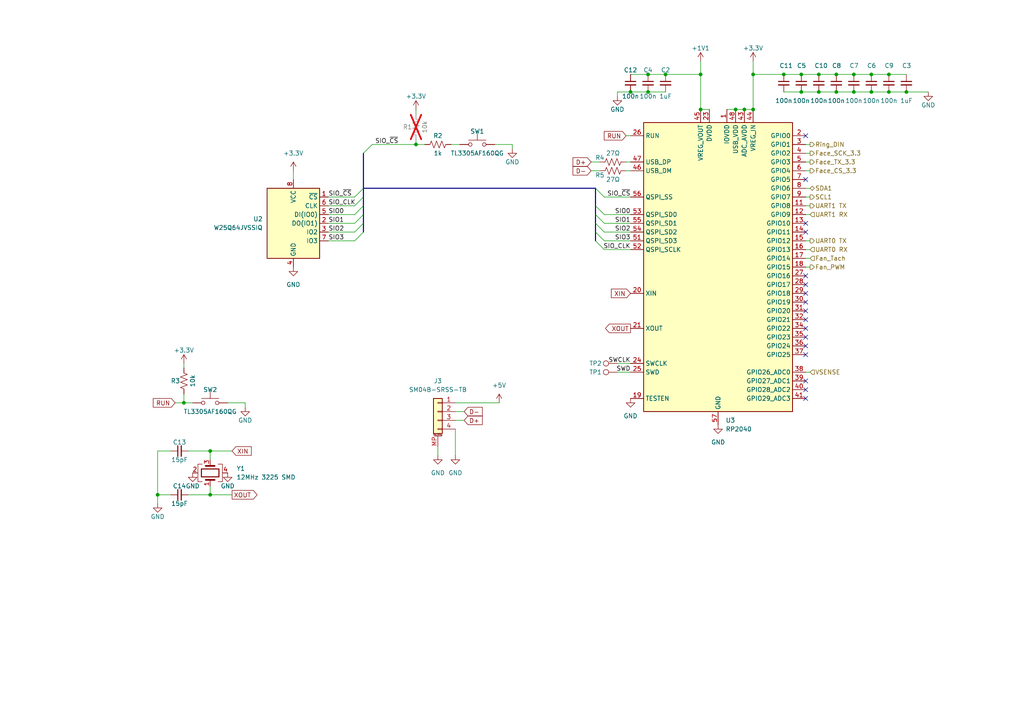
<source format=kicad_sch>
(kicad_sch (version 20230121) (generator eeschema)

  (uuid ca51eb33-cfe3-47e7-aaf7-66f3ef479d3e)

  (paper "A4")

  (lib_symbols
    (symbol "Connector:TestPoint" (pin_numbers hide) (pin_names (offset 0.762) hide) (in_bom yes) (on_board yes)
      (property "Reference" "TP" (at 0 6.858 0)
        (effects (font (size 1.27 1.27)))
      )
      (property "Value" "TestPoint" (at 0 5.08 0)
        (effects (font (size 1.27 1.27)))
      )
      (property "Footprint" "" (at 5.08 0 0)
        (effects (font (size 1.27 1.27)) hide)
      )
      (property "Datasheet" "~" (at 5.08 0 0)
        (effects (font (size 1.27 1.27)) hide)
      )
      (property "ki_keywords" "test point tp" (at 0 0 0)
        (effects (font (size 1.27 1.27)) hide)
      )
      (property "ki_description" "test point" (at 0 0 0)
        (effects (font (size 1.27 1.27)) hide)
      )
      (property "ki_fp_filters" "Pin* Test*" (at 0 0 0)
        (effects (font (size 1.27 1.27)) hide)
      )
      (symbol "TestPoint_0_1"
        (circle (center 0 3.302) (radius 0.762)
          (stroke (width 0) (type default))
          (fill (type none))
        )
      )
      (symbol "TestPoint_1_1"
        (pin passive line (at 0 0 90) (length 2.54)
          (name "1" (effects (font (size 1.27 1.27))))
          (number "1" (effects (font (size 1.27 1.27))))
        )
      )
    )
    (symbol "Connector_Generic_MountingPin:Conn_01x04_MountingPin" (pin_names (offset 1.016) hide) (in_bom yes) (on_board yes)
      (property "Reference" "J" (at 0 5.08 0)
        (effects (font (size 1.27 1.27)))
      )
      (property "Value" "Conn_01x04_MountingPin" (at 1.27 -7.62 0)
        (effects (font (size 1.27 1.27)) (justify left))
      )
      (property "Footprint" "" (at 0 0 0)
        (effects (font (size 1.27 1.27)) hide)
      )
      (property "Datasheet" "~" (at 0 0 0)
        (effects (font (size 1.27 1.27)) hide)
      )
      (property "ki_keywords" "connector" (at 0 0 0)
        (effects (font (size 1.27 1.27)) hide)
      )
      (property "ki_description" "Generic connectable mounting pin connector, single row, 01x04, script generated (kicad-library-utils/schlib/autogen/connector/)" (at 0 0 0)
        (effects (font (size 1.27 1.27)) hide)
      )
      (property "ki_fp_filters" "Connector*:*_1x??-1MP*" (at 0 0 0)
        (effects (font (size 1.27 1.27)) hide)
      )
      (symbol "Conn_01x04_MountingPin_1_1"
        (rectangle (start -1.27 -4.953) (end 0 -5.207)
          (stroke (width 0.1524) (type default))
          (fill (type none))
        )
        (rectangle (start -1.27 -2.413) (end 0 -2.667)
          (stroke (width 0.1524) (type default))
          (fill (type none))
        )
        (rectangle (start -1.27 0.127) (end 0 -0.127)
          (stroke (width 0.1524) (type default))
          (fill (type none))
        )
        (rectangle (start -1.27 2.667) (end 0 2.413)
          (stroke (width 0.1524) (type default))
          (fill (type none))
        )
        (rectangle (start -1.27 3.81) (end 1.27 -6.35)
          (stroke (width 0.254) (type default))
          (fill (type background))
        )
        (polyline
          (pts
            (xy -1.016 -7.112)
            (xy 1.016 -7.112)
          )
          (stroke (width 0.1524) (type default))
          (fill (type none))
        )
        (text "Mounting" (at 0 -6.731 0)
          (effects (font (size 0.381 0.381)))
        )
        (pin passive line (at -5.08 2.54 0) (length 3.81)
          (name "Pin_1" (effects (font (size 1.27 1.27))))
          (number "1" (effects (font (size 1.27 1.27))))
        )
        (pin passive line (at -5.08 0 0) (length 3.81)
          (name "Pin_2" (effects (font (size 1.27 1.27))))
          (number "2" (effects (font (size 1.27 1.27))))
        )
        (pin passive line (at -5.08 -2.54 0) (length 3.81)
          (name "Pin_3" (effects (font (size 1.27 1.27))))
          (number "3" (effects (font (size 1.27 1.27))))
        )
        (pin passive line (at -5.08 -5.08 0) (length 3.81)
          (name "Pin_4" (effects (font (size 1.27 1.27))))
          (number "4" (effects (font (size 1.27 1.27))))
        )
        (pin passive line (at 0 -10.16 90) (length 3.048)
          (name "MountPin" (effects (font (size 1.27 1.27))))
          (number "MP" (effects (font (size 1.27 1.27))))
        )
      )
    )
    (symbol "Device:C_Small" (pin_numbers hide) (pin_names (offset 0.254) hide) (in_bom yes) (on_board yes)
      (property "Reference" "C" (at 0.254 1.778 0)
        (effects (font (size 1.27 1.27)) (justify left))
      )
      (property "Value" "C_Small" (at 0.254 -2.032 0)
        (effects (font (size 1.27 1.27)) (justify left))
      )
      (property "Footprint" "" (at 0 0 0)
        (effects (font (size 1.27 1.27)) hide)
      )
      (property "Datasheet" "~" (at 0 0 0)
        (effects (font (size 1.27 1.27)) hide)
      )
      (property "ki_keywords" "capacitor cap" (at 0 0 0)
        (effects (font (size 1.27 1.27)) hide)
      )
      (property "ki_description" "Unpolarized capacitor, small symbol" (at 0 0 0)
        (effects (font (size 1.27 1.27)) hide)
      )
      (property "ki_fp_filters" "C_*" (at 0 0 0)
        (effects (font (size 1.27 1.27)) hide)
      )
      (symbol "C_Small_0_1"
        (polyline
          (pts
            (xy -1.524 -0.508)
            (xy 1.524 -0.508)
          )
          (stroke (width 0.3302) (type default))
          (fill (type none))
        )
        (polyline
          (pts
            (xy -1.524 0.508)
            (xy 1.524 0.508)
          )
          (stroke (width 0.3048) (type default))
          (fill (type none))
        )
      )
      (symbol "C_Small_1_1"
        (pin passive line (at 0 2.54 270) (length 2.032)
          (name "~" (effects (font (size 1.27 1.27))))
          (number "1" (effects (font (size 1.27 1.27))))
        )
        (pin passive line (at 0 -2.54 90) (length 2.032)
          (name "~" (effects (font (size 1.27 1.27))))
          (number "2" (effects (font (size 1.27 1.27))))
        )
      )
    )
    (symbol "Device:Crystal_GND24" (pin_names (offset 1.016) hide) (in_bom yes) (on_board yes)
      (property "Reference" "Y" (at 3.175 5.08 0)
        (effects (font (size 1.27 1.27)) (justify left))
      )
      (property "Value" "Crystal_GND24" (at 3.175 3.175 0)
        (effects (font (size 1.27 1.27)) (justify left))
      )
      (property "Footprint" "" (at 0 0 0)
        (effects (font (size 1.27 1.27)) hide)
      )
      (property "Datasheet" "~" (at 0 0 0)
        (effects (font (size 1.27 1.27)) hide)
      )
      (property "ki_keywords" "quartz ceramic resonator oscillator" (at 0 0 0)
        (effects (font (size 1.27 1.27)) hide)
      )
      (property "ki_description" "Four pin crystal, GND on pins 2 and 4" (at 0 0 0)
        (effects (font (size 1.27 1.27)) hide)
      )
      (property "ki_fp_filters" "Crystal*" (at 0 0 0)
        (effects (font (size 1.27 1.27)) hide)
      )
      (symbol "Crystal_GND24_0_1"
        (rectangle (start -1.143 2.54) (end 1.143 -2.54)
          (stroke (width 0.3048) (type default))
          (fill (type none))
        )
        (polyline
          (pts
            (xy -2.54 0)
            (xy -2.032 0)
          )
          (stroke (width 0) (type default))
          (fill (type none))
        )
        (polyline
          (pts
            (xy -2.032 -1.27)
            (xy -2.032 1.27)
          )
          (stroke (width 0.508) (type default))
          (fill (type none))
        )
        (polyline
          (pts
            (xy 0 -3.81)
            (xy 0 -3.556)
          )
          (stroke (width 0) (type default))
          (fill (type none))
        )
        (polyline
          (pts
            (xy 0 3.556)
            (xy 0 3.81)
          )
          (stroke (width 0) (type default))
          (fill (type none))
        )
        (polyline
          (pts
            (xy 2.032 -1.27)
            (xy 2.032 1.27)
          )
          (stroke (width 0.508) (type default))
          (fill (type none))
        )
        (polyline
          (pts
            (xy 2.032 0)
            (xy 2.54 0)
          )
          (stroke (width 0) (type default))
          (fill (type none))
        )
        (polyline
          (pts
            (xy -2.54 -2.286)
            (xy -2.54 -3.556)
            (xy 2.54 -3.556)
            (xy 2.54 -2.286)
          )
          (stroke (width 0) (type default))
          (fill (type none))
        )
        (polyline
          (pts
            (xy -2.54 2.286)
            (xy -2.54 3.556)
            (xy 2.54 3.556)
            (xy 2.54 2.286)
          )
          (stroke (width 0) (type default))
          (fill (type none))
        )
      )
      (symbol "Crystal_GND24_1_1"
        (pin passive line (at -3.81 0 0) (length 1.27)
          (name "1" (effects (font (size 1.27 1.27))))
          (number "1" (effects (font (size 1.27 1.27))))
        )
        (pin passive line (at 0 5.08 270) (length 1.27)
          (name "2" (effects (font (size 1.27 1.27))))
          (number "2" (effects (font (size 1.27 1.27))))
        )
        (pin passive line (at 3.81 0 180) (length 1.27)
          (name "3" (effects (font (size 1.27 1.27))))
          (number "3" (effects (font (size 1.27 1.27))))
        )
        (pin passive line (at 0 -5.08 90) (length 1.27)
          (name "4" (effects (font (size 1.27 1.27))))
          (number "4" (effects (font (size 1.27 1.27))))
        )
      )
    )
    (symbol "Device:R_US" (pin_numbers hide) (pin_names (offset 0)) (in_bom yes) (on_board yes)
      (property "Reference" "R" (at 2.54 0 90)
        (effects (font (size 1.27 1.27)))
      )
      (property "Value" "R_US" (at -2.54 0 90)
        (effects (font (size 1.27 1.27)))
      )
      (property "Footprint" "" (at 1.016 -0.254 90)
        (effects (font (size 1.27 1.27)) hide)
      )
      (property "Datasheet" "~" (at 0 0 0)
        (effects (font (size 1.27 1.27)) hide)
      )
      (property "ki_keywords" "R res resistor" (at 0 0 0)
        (effects (font (size 1.27 1.27)) hide)
      )
      (property "ki_description" "Resistor, US symbol" (at 0 0 0)
        (effects (font (size 1.27 1.27)) hide)
      )
      (property "ki_fp_filters" "R_*" (at 0 0 0)
        (effects (font (size 1.27 1.27)) hide)
      )
      (symbol "R_US_0_1"
        (polyline
          (pts
            (xy 0 -2.286)
            (xy 0 -2.54)
          )
          (stroke (width 0) (type default))
          (fill (type none))
        )
        (polyline
          (pts
            (xy 0 2.286)
            (xy 0 2.54)
          )
          (stroke (width 0) (type default))
          (fill (type none))
        )
        (polyline
          (pts
            (xy 0 -0.762)
            (xy 1.016 -1.143)
            (xy 0 -1.524)
            (xy -1.016 -1.905)
            (xy 0 -2.286)
          )
          (stroke (width 0) (type default))
          (fill (type none))
        )
        (polyline
          (pts
            (xy 0 0.762)
            (xy 1.016 0.381)
            (xy 0 0)
            (xy -1.016 -0.381)
            (xy 0 -0.762)
          )
          (stroke (width 0) (type default))
          (fill (type none))
        )
        (polyline
          (pts
            (xy 0 2.286)
            (xy 1.016 1.905)
            (xy 0 1.524)
            (xy -1.016 1.143)
            (xy 0 0.762)
          )
          (stroke (width 0) (type default))
          (fill (type none))
        )
      )
      (symbol "R_US_1_1"
        (pin passive line (at 0 3.81 270) (length 1.27)
          (name "~" (effects (font (size 1.27 1.27))))
          (number "1" (effects (font (size 1.27 1.27))))
        )
        (pin passive line (at 0 -3.81 90) (length 1.27)
          (name "~" (effects (font (size 1.27 1.27))))
          (number "2" (effects (font (size 1.27 1.27))))
        )
      )
    )
    (symbol "MCU_RaspberryPi:RP2040" (in_bom yes) (on_board yes)
      (property "Reference" "U" (at 17.78 45.72 0)
        (effects (font (size 1.27 1.27)))
      )
      (property "Value" "RP2040" (at 17.78 43.18 0)
        (effects (font (size 1.27 1.27)))
      )
      (property "Footprint" "Package_DFN_QFN:QFN-56-1EP_7x7mm_P0.4mm_EP3.2x3.2mm" (at 0 0 0)
        (effects (font (size 1.27 1.27)) hide)
      )
      (property "Datasheet" "https://datasheets.raspberrypi.com/rp2040/rp2040-datasheet.pdf" (at 0 0 0)
        (effects (font (size 1.27 1.27)) hide)
      )
      (property "ki_keywords" "RP2040 ARM Cortex-M0+ USB" (at 0 0 0)
        (effects (font (size 1.27 1.27)) hide)
      )
      (property "ki_description" "A microcontroller by Raspberry Pi" (at 0 0 0)
        (effects (font (size 1.27 1.27)) hide)
      )
      (property "ki_fp_filters" "QFN*1EP*7x7mm?P0.4mm*" (at 0 0 0)
        (effects (font (size 1.27 1.27)) hide)
      )
      (symbol "RP2040_0_1"
        (rectangle (start -21.59 41.91) (end 21.59 -41.91)
          (stroke (width 0.254) (type default))
          (fill (type background))
        )
      )
      (symbol "RP2040_1_1"
        (pin power_in line (at 2.54 45.72 270) (length 3.81)
          (name "IOVDD" (effects (font (size 1.27 1.27))))
          (number "1" (effects (font (size 1.27 1.27))))
        )
        (pin passive line (at 2.54 45.72 270) (length 3.81) hide
          (name "IOVDD" (effects (font (size 1.27 1.27))))
          (number "10" (effects (font (size 1.27 1.27))))
        )
        (pin bidirectional line (at 25.4 17.78 180) (length 3.81)
          (name "GPIO8" (effects (font (size 1.27 1.27))))
          (number "11" (effects (font (size 1.27 1.27))))
        )
        (pin bidirectional line (at 25.4 15.24 180) (length 3.81)
          (name "GPIO9" (effects (font (size 1.27 1.27))))
          (number "12" (effects (font (size 1.27 1.27))))
        )
        (pin bidirectional line (at 25.4 12.7 180) (length 3.81)
          (name "GPIO10" (effects (font (size 1.27 1.27))))
          (number "13" (effects (font (size 1.27 1.27))))
        )
        (pin bidirectional line (at 25.4 10.16 180) (length 3.81)
          (name "GPIO11" (effects (font (size 1.27 1.27))))
          (number "14" (effects (font (size 1.27 1.27))))
        )
        (pin bidirectional line (at 25.4 7.62 180) (length 3.81)
          (name "GPIO12" (effects (font (size 1.27 1.27))))
          (number "15" (effects (font (size 1.27 1.27))))
        )
        (pin bidirectional line (at 25.4 5.08 180) (length 3.81)
          (name "GPIO13" (effects (font (size 1.27 1.27))))
          (number "16" (effects (font (size 1.27 1.27))))
        )
        (pin bidirectional line (at 25.4 2.54 180) (length 3.81)
          (name "GPIO14" (effects (font (size 1.27 1.27))))
          (number "17" (effects (font (size 1.27 1.27))))
        )
        (pin bidirectional line (at 25.4 0 180) (length 3.81)
          (name "GPIO15" (effects (font (size 1.27 1.27))))
          (number "18" (effects (font (size 1.27 1.27))))
        )
        (pin input line (at -25.4 -38.1 0) (length 3.81)
          (name "TESTEN" (effects (font (size 1.27 1.27))))
          (number "19" (effects (font (size 1.27 1.27))))
        )
        (pin bidirectional line (at 25.4 38.1 180) (length 3.81)
          (name "GPIO0" (effects (font (size 1.27 1.27))))
          (number "2" (effects (font (size 1.27 1.27))))
        )
        (pin input line (at -25.4 -7.62 0) (length 3.81)
          (name "XIN" (effects (font (size 1.27 1.27))))
          (number "20" (effects (font (size 1.27 1.27))))
        )
        (pin passive line (at -25.4 -17.78 0) (length 3.81)
          (name "XOUT" (effects (font (size 1.27 1.27))))
          (number "21" (effects (font (size 1.27 1.27))))
        )
        (pin passive line (at 2.54 45.72 270) (length 3.81) hide
          (name "IOVDD" (effects (font (size 1.27 1.27))))
          (number "22" (effects (font (size 1.27 1.27))))
        )
        (pin power_in line (at -2.54 45.72 270) (length 3.81)
          (name "DVDD" (effects (font (size 1.27 1.27))))
          (number "23" (effects (font (size 1.27 1.27))))
        )
        (pin input line (at -25.4 -27.94 0) (length 3.81)
          (name "SWCLK" (effects (font (size 1.27 1.27))))
          (number "24" (effects (font (size 1.27 1.27))))
        )
        (pin bidirectional line (at -25.4 -30.48 0) (length 3.81)
          (name "SWD" (effects (font (size 1.27 1.27))))
          (number "25" (effects (font (size 1.27 1.27))))
        )
        (pin input line (at -25.4 38.1 0) (length 3.81)
          (name "RUN" (effects (font (size 1.27 1.27))))
          (number "26" (effects (font (size 1.27 1.27))))
        )
        (pin bidirectional line (at 25.4 -2.54 180) (length 3.81)
          (name "GPIO16" (effects (font (size 1.27 1.27))))
          (number "27" (effects (font (size 1.27 1.27))))
        )
        (pin bidirectional line (at 25.4 -5.08 180) (length 3.81)
          (name "GPIO17" (effects (font (size 1.27 1.27))))
          (number "28" (effects (font (size 1.27 1.27))))
        )
        (pin bidirectional line (at 25.4 -7.62 180) (length 3.81)
          (name "GPIO18" (effects (font (size 1.27 1.27))))
          (number "29" (effects (font (size 1.27 1.27))))
        )
        (pin bidirectional line (at 25.4 35.56 180) (length 3.81)
          (name "GPIO1" (effects (font (size 1.27 1.27))))
          (number "3" (effects (font (size 1.27 1.27))))
        )
        (pin bidirectional line (at 25.4 -10.16 180) (length 3.81)
          (name "GPIO19" (effects (font (size 1.27 1.27))))
          (number "30" (effects (font (size 1.27 1.27))))
        )
        (pin bidirectional line (at 25.4 -12.7 180) (length 3.81)
          (name "GPIO20" (effects (font (size 1.27 1.27))))
          (number "31" (effects (font (size 1.27 1.27))))
        )
        (pin bidirectional line (at 25.4 -15.24 180) (length 3.81)
          (name "GPIO21" (effects (font (size 1.27 1.27))))
          (number "32" (effects (font (size 1.27 1.27))))
        )
        (pin passive line (at 2.54 45.72 270) (length 3.81) hide
          (name "IOVDD" (effects (font (size 1.27 1.27))))
          (number "33" (effects (font (size 1.27 1.27))))
        )
        (pin bidirectional line (at 25.4 -17.78 180) (length 3.81)
          (name "GPIO22" (effects (font (size 1.27 1.27))))
          (number "34" (effects (font (size 1.27 1.27))))
        )
        (pin bidirectional line (at 25.4 -20.32 180) (length 3.81)
          (name "GPIO23" (effects (font (size 1.27 1.27))))
          (number "35" (effects (font (size 1.27 1.27))))
        )
        (pin bidirectional line (at 25.4 -22.86 180) (length 3.81)
          (name "GPIO24" (effects (font (size 1.27 1.27))))
          (number "36" (effects (font (size 1.27 1.27))))
        )
        (pin bidirectional line (at 25.4 -25.4 180) (length 3.81)
          (name "GPIO25" (effects (font (size 1.27 1.27))))
          (number "37" (effects (font (size 1.27 1.27))))
        )
        (pin bidirectional line (at 25.4 -30.48 180) (length 3.81)
          (name "GPIO26_ADC0" (effects (font (size 1.27 1.27))))
          (number "38" (effects (font (size 1.27 1.27))))
        )
        (pin bidirectional line (at 25.4 -33.02 180) (length 3.81)
          (name "GPIO27_ADC1" (effects (font (size 1.27 1.27))))
          (number "39" (effects (font (size 1.27 1.27))))
        )
        (pin bidirectional line (at 25.4 33.02 180) (length 3.81)
          (name "GPIO2" (effects (font (size 1.27 1.27))))
          (number "4" (effects (font (size 1.27 1.27))))
        )
        (pin bidirectional line (at 25.4 -35.56 180) (length 3.81)
          (name "GPIO28_ADC2" (effects (font (size 1.27 1.27))))
          (number "40" (effects (font (size 1.27 1.27))))
        )
        (pin bidirectional line (at 25.4 -38.1 180) (length 3.81)
          (name "GPIO29_ADC3" (effects (font (size 1.27 1.27))))
          (number "41" (effects (font (size 1.27 1.27))))
        )
        (pin passive line (at 2.54 45.72 270) (length 3.81) hide
          (name "IOVDD" (effects (font (size 1.27 1.27))))
          (number "42" (effects (font (size 1.27 1.27))))
        )
        (pin power_in line (at 7.62 45.72 270) (length 3.81)
          (name "ADC_AVDD" (effects (font (size 1.27 1.27))))
          (number "43" (effects (font (size 1.27 1.27))))
        )
        (pin power_in line (at 10.16 45.72 270) (length 3.81)
          (name "VREG_IN" (effects (font (size 1.27 1.27))))
          (number "44" (effects (font (size 1.27 1.27))))
        )
        (pin power_out line (at -5.08 45.72 270) (length 3.81)
          (name "VREG_VOUT" (effects (font (size 1.27 1.27))))
          (number "45" (effects (font (size 1.27 1.27))))
        )
        (pin bidirectional line (at -25.4 27.94 0) (length 3.81)
          (name "USB_DM" (effects (font (size 1.27 1.27))))
          (number "46" (effects (font (size 1.27 1.27))))
        )
        (pin bidirectional line (at -25.4 30.48 0) (length 3.81)
          (name "USB_DP" (effects (font (size 1.27 1.27))))
          (number "47" (effects (font (size 1.27 1.27))))
        )
        (pin power_in line (at 5.08 45.72 270) (length 3.81)
          (name "USB_VDD" (effects (font (size 1.27 1.27))))
          (number "48" (effects (font (size 1.27 1.27))))
        )
        (pin passive line (at 2.54 45.72 270) (length 3.81) hide
          (name "IOVDD" (effects (font (size 1.27 1.27))))
          (number "49" (effects (font (size 1.27 1.27))))
        )
        (pin bidirectional line (at 25.4 30.48 180) (length 3.81)
          (name "GPIO3" (effects (font (size 1.27 1.27))))
          (number "5" (effects (font (size 1.27 1.27))))
        )
        (pin passive line (at -2.54 45.72 270) (length 3.81) hide
          (name "DVDD" (effects (font (size 1.27 1.27))))
          (number "50" (effects (font (size 1.27 1.27))))
        )
        (pin bidirectional line (at -25.4 7.62 0) (length 3.81)
          (name "QSPI_SD3" (effects (font (size 1.27 1.27))))
          (number "51" (effects (font (size 1.27 1.27))))
        )
        (pin output line (at -25.4 5.08 0) (length 3.81)
          (name "QSPI_SCLK" (effects (font (size 1.27 1.27))))
          (number "52" (effects (font (size 1.27 1.27))))
        )
        (pin bidirectional line (at -25.4 15.24 0) (length 3.81)
          (name "QSPI_SD0" (effects (font (size 1.27 1.27))))
          (number "53" (effects (font (size 1.27 1.27))))
        )
        (pin bidirectional line (at -25.4 10.16 0) (length 3.81)
          (name "QSPI_SD2" (effects (font (size 1.27 1.27))))
          (number "54" (effects (font (size 1.27 1.27))))
        )
        (pin bidirectional line (at -25.4 12.7 0) (length 3.81)
          (name "QSPI_SD1" (effects (font (size 1.27 1.27))))
          (number "55" (effects (font (size 1.27 1.27))))
        )
        (pin bidirectional line (at -25.4 20.32 0) (length 3.81)
          (name "QSPI_SS" (effects (font (size 1.27 1.27))))
          (number "56" (effects (font (size 1.27 1.27))))
        )
        (pin power_in line (at 0 -45.72 90) (length 3.81)
          (name "GND" (effects (font (size 1.27 1.27))))
          (number "57" (effects (font (size 1.27 1.27))))
        )
        (pin bidirectional line (at 25.4 27.94 180) (length 3.81)
          (name "GPIO4" (effects (font (size 1.27 1.27))))
          (number "6" (effects (font (size 1.27 1.27))))
        )
        (pin bidirectional line (at 25.4 25.4 180) (length 3.81)
          (name "GPIO5" (effects (font (size 1.27 1.27))))
          (number "7" (effects (font (size 1.27 1.27))))
        )
        (pin bidirectional line (at 25.4 22.86 180) (length 3.81)
          (name "GPIO6" (effects (font (size 1.27 1.27))))
          (number "8" (effects (font (size 1.27 1.27))))
        )
        (pin bidirectional line (at 25.4 20.32 180) (length 3.81)
          (name "GPIO7" (effects (font (size 1.27 1.27))))
          (number "9" (effects (font (size 1.27 1.27))))
        )
      )
    )
    (symbol "Memory_Flash:W25Q32JVSS" (in_bom yes) (on_board yes)
      (property "Reference" "U" (at -6.35 11.43 0)
        (effects (font (size 1.27 1.27)))
      )
      (property "Value" "W25Q32JVSS" (at 7.62 11.43 0)
        (effects (font (size 1.27 1.27)))
      )
      (property "Footprint" "Package_SO:SOIC-8_5.23x5.23mm_P1.27mm" (at 0 0 0)
        (effects (font (size 1.27 1.27)) hide)
      )
      (property "Datasheet" "http://www.winbond.com/resource-files/w25q32jv%20revg%2003272018%20plus.pdf" (at 0 0 0)
        (effects (font (size 1.27 1.27)) hide)
      )
      (property "ki_keywords" "flash memory SPI" (at 0 0 0)
        (effects (font (size 1.27 1.27)) hide)
      )
      (property "ki_description" "32Mb Serial Flash Memory, Standard/Dual/Quad SPI, SOIC-8" (at 0 0 0)
        (effects (font (size 1.27 1.27)) hide)
      )
      (property "ki_fp_filters" "SOIC*5.23x5.23mm*P1.27mm*" (at 0 0 0)
        (effects (font (size 1.27 1.27)) hide)
      )
      (symbol "W25Q32JVSS_0_1"
        (rectangle (start -7.62 10.16) (end 7.62 -10.16)
          (stroke (width 0.254) (type default))
          (fill (type background))
        )
      )
      (symbol "W25Q32JVSS_1_1"
        (pin input line (at -10.16 7.62 0) (length 2.54)
          (name "~{CS}" (effects (font (size 1.27 1.27))))
          (number "1" (effects (font (size 1.27 1.27))))
        )
        (pin bidirectional line (at -10.16 0 0) (length 2.54)
          (name "DO(IO1)" (effects (font (size 1.27 1.27))))
          (number "2" (effects (font (size 1.27 1.27))))
        )
        (pin bidirectional line (at -10.16 -2.54 0) (length 2.54)
          (name "IO2" (effects (font (size 1.27 1.27))))
          (number "3" (effects (font (size 1.27 1.27))))
        )
        (pin power_in line (at 0 -12.7 90) (length 2.54)
          (name "GND" (effects (font (size 1.27 1.27))))
          (number "4" (effects (font (size 1.27 1.27))))
        )
        (pin bidirectional line (at -10.16 2.54 0) (length 2.54)
          (name "DI(IO0)" (effects (font (size 1.27 1.27))))
          (number "5" (effects (font (size 1.27 1.27))))
        )
        (pin input line (at -10.16 5.08 0) (length 2.54)
          (name "CLK" (effects (font (size 1.27 1.27))))
          (number "6" (effects (font (size 1.27 1.27))))
        )
        (pin bidirectional line (at -10.16 -5.08 0) (length 2.54)
          (name "IO3" (effects (font (size 1.27 1.27))))
          (number "7" (effects (font (size 1.27 1.27))))
        )
        (pin power_in line (at 0 12.7 270) (length 2.54)
          (name "VCC" (effects (font (size 1.27 1.27))))
          (number "8" (effects (font (size 1.27 1.27))))
        )
      )
    )
    (symbol "Switch:SW_Push" (pin_numbers hide) (pin_names (offset 1.016) hide) (in_bom yes) (on_board yes)
      (property "Reference" "SW" (at 1.27 2.54 0)
        (effects (font (size 1.27 1.27)) (justify left))
      )
      (property "Value" "SW_Push" (at 0 -1.524 0)
        (effects (font (size 1.27 1.27)))
      )
      (property "Footprint" "" (at 0 5.08 0)
        (effects (font (size 1.27 1.27)) hide)
      )
      (property "Datasheet" "~" (at 0 5.08 0)
        (effects (font (size 1.27 1.27)) hide)
      )
      (property "ki_keywords" "switch normally-open pushbutton push-button" (at 0 0 0)
        (effects (font (size 1.27 1.27)) hide)
      )
      (property "ki_description" "Push button switch, generic, two pins" (at 0 0 0)
        (effects (font (size 1.27 1.27)) hide)
      )
      (symbol "SW_Push_0_1"
        (circle (center -2.032 0) (radius 0.508)
          (stroke (width 0) (type default))
          (fill (type none))
        )
        (polyline
          (pts
            (xy 0 1.27)
            (xy 0 3.048)
          )
          (stroke (width 0) (type default))
          (fill (type none))
        )
        (polyline
          (pts
            (xy 2.54 1.27)
            (xy -2.54 1.27)
          )
          (stroke (width 0) (type default))
          (fill (type none))
        )
        (circle (center 2.032 0) (radius 0.508)
          (stroke (width 0) (type default))
          (fill (type none))
        )
        (pin passive line (at -5.08 0 0) (length 2.54)
          (name "1" (effects (font (size 1.27 1.27))))
          (number "1" (effects (font (size 1.27 1.27))))
        )
        (pin passive line (at 5.08 0 180) (length 2.54)
          (name "2" (effects (font (size 1.27 1.27))))
          (number "2" (effects (font (size 1.27 1.27))))
        )
      )
    )
    (symbol "power:+1V1" (power) (pin_names (offset 0)) (in_bom yes) (on_board yes)
      (property "Reference" "#PWR" (at 0 -3.81 0)
        (effects (font (size 1.27 1.27)) hide)
      )
      (property "Value" "+1V1" (at 0 3.556 0)
        (effects (font (size 1.27 1.27)))
      )
      (property "Footprint" "" (at 0 0 0)
        (effects (font (size 1.27 1.27)) hide)
      )
      (property "Datasheet" "" (at 0 0 0)
        (effects (font (size 1.27 1.27)) hide)
      )
      (property "ki_keywords" "global power" (at 0 0 0)
        (effects (font (size 1.27 1.27)) hide)
      )
      (property "ki_description" "Power symbol creates a global label with name \"+1V1\"" (at 0 0 0)
        (effects (font (size 1.27 1.27)) hide)
      )
      (symbol "+1V1_0_1"
        (polyline
          (pts
            (xy -0.762 1.27)
            (xy 0 2.54)
          )
          (stroke (width 0) (type default))
          (fill (type none))
        )
        (polyline
          (pts
            (xy 0 0)
            (xy 0 2.54)
          )
          (stroke (width 0) (type default))
          (fill (type none))
        )
        (polyline
          (pts
            (xy 0 2.54)
            (xy 0.762 1.27)
          )
          (stroke (width 0) (type default))
          (fill (type none))
        )
      )
      (symbol "+1V1_1_1"
        (pin power_in line (at 0 0 90) (length 0) hide
          (name "+1V1" (effects (font (size 1.27 1.27))))
          (number "1" (effects (font (size 1.27 1.27))))
        )
      )
    )
    (symbol "power:+3.3V" (power) (pin_names (offset 0)) (in_bom yes) (on_board yes)
      (property "Reference" "#PWR" (at 0 -3.81 0)
        (effects (font (size 1.27 1.27)) hide)
      )
      (property "Value" "+3.3V" (at 0 3.556 0)
        (effects (font (size 1.27 1.27)))
      )
      (property "Footprint" "" (at 0 0 0)
        (effects (font (size 1.27 1.27)) hide)
      )
      (property "Datasheet" "" (at 0 0 0)
        (effects (font (size 1.27 1.27)) hide)
      )
      (property "ki_keywords" "global power" (at 0 0 0)
        (effects (font (size 1.27 1.27)) hide)
      )
      (property "ki_description" "Power symbol creates a global label with name \"+3.3V\"" (at 0 0 0)
        (effects (font (size 1.27 1.27)) hide)
      )
      (symbol "+3.3V_0_1"
        (polyline
          (pts
            (xy -0.762 1.27)
            (xy 0 2.54)
          )
          (stroke (width 0) (type default))
          (fill (type none))
        )
        (polyline
          (pts
            (xy 0 0)
            (xy 0 2.54)
          )
          (stroke (width 0) (type default))
          (fill (type none))
        )
        (polyline
          (pts
            (xy 0 2.54)
            (xy 0.762 1.27)
          )
          (stroke (width 0) (type default))
          (fill (type none))
        )
      )
      (symbol "+3.3V_1_1"
        (pin power_in line (at 0 0 90) (length 0) hide
          (name "+3.3V" (effects (font (size 1.27 1.27))))
          (number "1" (effects (font (size 1.27 1.27))))
        )
      )
    )
    (symbol "power:+5V" (power) (pin_names (offset 0)) (in_bom yes) (on_board yes)
      (property "Reference" "#PWR" (at 0 -3.81 0)
        (effects (font (size 1.27 1.27)) hide)
      )
      (property "Value" "+5V" (at 0 3.556 0)
        (effects (font (size 1.27 1.27)))
      )
      (property "Footprint" "" (at 0 0 0)
        (effects (font (size 1.27 1.27)) hide)
      )
      (property "Datasheet" "" (at 0 0 0)
        (effects (font (size 1.27 1.27)) hide)
      )
      (property "ki_keywords" "global power" (at 0 0 0)
        (effects (font (size 1.27 1.27)) hide)
      )
      (property "ki_description" "Power symbol creates a global label with name \"+5V\"" (at 0 0 0)
        (effects (font (size 1.27 1.27)) hide)
      )
      (symbol "+5V_0_1"
        (polyline
          (pts
            (xy -0.762 1.27)
            (xy 0 2.54)
          )
          (stroke (width 0) (type default))
          (fill (type none))
        )
        (polyline
          (pts
            (xy 0 0)
            (xy 0 2.54)
          )
          (stroke (width 0) (type default))
          (fill (type none))
        )
        (polyline
          (pts
            (xy 0 2.54)
            (xy 0.762 1.27)
          )
          (stroke (width 0) (type default))
          (fill (type none))
        )
      )
      (symbol "+5V_1_1"
        (pin power_in line (at 0 0 90) (length 0) hide
          (name "+5V" (effects (font (size 1.27 1.27))))
          (number "1" (effects (font (size 1.27 1.27))))
        )
      )
    )
    (symbol "power:GND" (power) (pin_names (offset 0)) (in_bom yes) (on_board yes)
      (property "Reference" "#PWR" (at 0 -6.35 0)
        (effects (font (size 1.27 1.27)) hide)
      )
      (property "Value" "GND" (at 0 -3.81 0)
        (effects (font (size 1.27 1.27)))
      )
      (property "Footprint" "" (at 0 0 0)
        (effects (font (size 1.27 1.27)) hide)
      )
      (property "Datasheet" "" (at 0 0 0)
        (effects (font (size 1.27 1.27)) hide)
      )
      (property "ki_keywords" "global power" (at 0 0 0)
        (effects (font (size 1.27 1.27)) hide)
      )
      (property "ki_description" "Power symbol creates a global label with name \"GND\" , ground" (at 0 0 0)
        (effects (font (size 1.27 1.27)) hide)
      )
      (symbol "GND_0_1"
        (polyline
          (pts
            (xy 0 0)
            (xy 0 -1.27)
            (xy 1.27 -1.27)
            (xy 0 -2.54)
            (xy -1.27 -1.27)
            (xy 0 -1.27)
          )
          (stroke (width 0) (type default))
          (fill (type none))
        )
      )
      (symbol "GND_1_1"
        (pin power_in line (at 0 0 270) (length 0) hide
          (name "GND" (effects (font (size 1.27 1.27))))
          (number "1" (effects (font (size 1.27 1.27))))
        )
      )
    )
  )

  (junction (at 232.41 26.67) (diameter 0) (color 0 0 0 0)
    (uuid 02dc30f9-012d-4018-aed1-05b9b9e55fca)
  )
  (junction (at 187.96 21.59) (diameter 0) (color 0 0 0 0)
    (uuid 04c11ab7-2411-4d28-be1e-de4bd1121003)
  )
  (junction (at 237.49 21.59) (diameter 0) (color 0 0 0 0)
    (uuid 0827c259-216d-4afa-832d-45534aba32c5)
  )
  (junction (at 182.88 26.67) (diameter 0) (color 0 0 0 0)
    (uuid 0a3a5c12-0695-42be-8b1e-f7e20920850f)
  )
  (junction (at 252.73 26.67) (diameter 0) (color 0 0 0 0)
    (uuid 0b1516ad-04a6-4600-a45c-c99e44abc56f)
  )
  (junction (at 203.2 31.75) (diameter 0) (color 0 0 0 0)
    (uuid 0d044541-c11c-4427-9a8f-f3b3ca153cab)
  )
  (junction (at 247.65 26.67) (diameter 0) (color 0 0 0 0)
    (uuid 115f31f4-e296-4ffb-b813-187d8d38abc5)
  )
  (junction (at 60.96 130.81) (diameter 0) (color 0 0 0 0)
    (uuid 11daa3f5-24ac-4de5-8c99-1f5ff718d4ef)
  )
  (junction (at 45.72 143.51) (diameter 0) (color 0 0 0 0)
    (uuid 125e47cb-d8bb-41ce-8252-de46e60b873c)
  )
  (junction (at 247.65 21.59) (diameter 0) (color 0 0 0 0)
    (uuid 14638109-03f8-4cad-ab18-88d56ba95f10)
  )
  (junction (at 218.44 31.75) (diameter 0) (color 0 0 0 0)
    (uuid 1891588b-c9be-487d-8006-5e227ebbadb1)
  )
  (junction (at 227.33 21.59) (diameter 0) (color 0 0 0 0)
    (uuid 1e7d8426-44be-499c-9e84-f53034180f50)
  )
  (junction (at 242.57 21.59) (diameter 0) (color 0 0 0 0)
    (uuid 4307704e-ef27-449e-85ba-0a8a50b56c83)
  )
  (junction (at 252.73 21.59) (diameter 0) (color 0 0 0 0)
    (uuid 50dc5f31-1c59-4707-8177-5b670dbd11cd)
  )
  (junction (at 232.41 21.59) (diameter 0) (color 0 0 0 0)
    (uuid 5cf03cbb-1542-48d9-9ecd-8bcf768daf0a)
  )
  (junction (at 60.96 143.51) (diameter 0) (color 0 0 0 0)
    (uuid 63a1a330-97eb-44d2-993a-5885d9fbb712)
  )
  (junction (at 257.81 26.67) (diameter 0) (color 0 0 0 0)
    (uuid 646b8ead-d133-4f81-bad6-8e04d580fd5d)
  )
  (junction (at 203.2 21.59) (diameter 0) (color 0 0 0 0)
    (uuid 79d169dc-f92b-41e8-a95d-0f2b424f15b6)
  )
  (junction (at 213.36 31.75) (diameter 0) (color 0 0 0 0)
    (uuid 9708a55a-d8ac-41c9-9f23-6fdf7af61e8c)
  )
  (junction (at 237.49 26.67) (diameter 0) (color 0 0 0 0)
    (uuid a6a4c61b-57df-416b-9426-36c598be83c0)
  )
  (junction (at 120.65 41.91) (diameter 0) (color 0 0 0 0)
    (uuid a804d080-511d-4ffb-9409-cdd53beb2bef)
  )
  (junction (at 53.34 116.84) (diameter 0) (color 0 0 0 0)
    (uuid bb272f40-7950-44f2-bf0d-41ef14ca6303)
  )
  (junction (at 218.44 21.59) (diameter 0) (color 0 0 0 0)
    (uuid bfa144a1-6f36-4c1d-9730-247bf1d30436)
  )
  (junction (at 257.81 21.59) (diameter 0) (color 0 0 0 0)
    (uuid dbe8b09b-2558-4e9b-a66e-4cf2705b0067)
  )
  (junction (at 187.96 26.67) (diameter 0) (color 0 0 0 0)
    (uuid dc811a97-f7d7-46bf-8ca3-3779ab53a973)
  )
  (junction (at 193.04 21.59) (diameter 0) (color 0 0 0 0)
    (uuid e32c9f5d-b9f0-4475-8f4d-230f5273919d)
  )
  (junction (at 262.89 26.67) (diameter 0) (color 0 0 0 0)
    (uuid e32e2b49-cd29-4c84-bab8-743b1315ec2b)
  )
  (junction (at 215.9 31.75) (diameter 0) (color 0 0 0 0)
    (uuid ebba6f45-06e7-4a4d-b6eb-3e7883bae4bd)
  )
  (junction (at 242.57 26.67) (diameter 0) (color 0 0 0 0)
    (uuid fe1b32b3-02a7-4067-a3af-36e42834d70f)
  )

  (no_connect (at 233.68 113.03) (uuid 09706f24-3709-40a8-ae49-544f4976aacc))
  (no_connect (at 233.68 110.49) (uuid 29861b9c-8134-4397-9627-c3655125f745))
  (no_connect (at 233.68 90.17) (uuid 3bef5553-0549-4ef0-affa-5c3e45fd6d81))
  (no_connect (at 233.68 102.87) (uuid 426dca36-12e1-479f-8a2e-8ef03416e6f0))
  (no_connect (at 233.68 67.31) (uuid 4d05b961-11f8-4dec-a297-87cbf0fe4dbe))
  (no_connect (at 233.68 100.33) (uuid 5be65d64-26fc-4617-952b-c7ff518ed8f2))
  (no_connect (at 233.68 87.63) (uuid 5e3746f8-e7b5-48d9-a4a9-8a7d8536f1bf))
  (no_connect (at 233.68 39.37) (uuid 68cfcee5-1032-42d9-ac74-6b45d17112b3))
  (no_connect (at 233.68 85.09) (uuid 73b01102-0256-46be-9bfa-025287aa0556))
  (no_connect (at 233.68 82.55) (uuid 757cca96-0b7a-4296-91de-21c41889d7a0))
  (no_connect (at 233.68 80.01) (uuid 77dee031-89a1-4b0b-9416-aee5e1b3971b))
  (no_connect (at 233.68 92.71) (uuid 942023f6-5b59-45dc-99ba-028470116bf7))
  (no_connect (at 233.68 115.57) (uuid c39dfd96-9189-4ae8-be08-dd0b4da30018))
  (no_connect (at 233.68 97.79) (uuid d68d4f61-4e0f-4a16-8d46-abaf4e66643c))
  (no_connect (at 233.68 64.77) (uuid db6be0f3-1e45-4370-88d2-b5793a1541cc))
  (no_connect (at 233.68 95.25) (uuid f5cc04a1-c44e-4534-809e-8f6a0b92149e))
  (no_connect (at 233.68 52.07) (uuid fa328cfe-56c8-4f91-859b-a062819900d8))

  (bus_entry (at 175.26 64.77) (size -2.54 -2.54)
    (stroke (width 0) (type default))
    (uuid 0601803d-c7ae-40dd-8c64-d75b068b4d32)
  )
  (bus_entry (at 102.87 64.77) (size 2.54 -2.54)
    (stroke (width 0) (type default))
    (uuid 1f3172dd-c974-4752-b052-ecfcc1881fda)
  )
  (bus_entry (at 175.26 69.85) (size -2.54 -2.54)
    (stroke (width 0) (type default))
    (uuid 2345ca8e-ab11-4c26-80a3-263304a5fa6f)
  )
  (bus_entry (at 102.87 67.31) (size 2.54 -2.54)
    (stroke (width 0) (type default))
    (uuid 35d35e7f-59f3-4f2c-ae03-4f1f6c2e6773)
  )
  (bus_entry (at 175.26 57.15) (size -2.54 -2.54)
    (stroke (width 0) (type default))
    (uuid 4323a938-77f8-432c-8321-ea2089979c09)
  )
  (bus_entry (at 175.26 62.23) (size -2.54 -2.54)
    (stroke (width 0) (type default))
    (uuid 4345acc2-0cf4-4e15-856f-1a2cdbcf99d0)
  )
  (bus_entry (at 175.26 72.39) (size -2.54 -2.54)
    (stroke (width 0) (type default))
    (uuid 7b54bf43-ae58-40f0-b0d9-70b4bb0fd36a)
  )
  (bus_entry (at 107.95 41.91) (size -2.54 2.54)
    (stroke (width 0) (type default))
    (uuid 922949bc-7c99-4b71-8548-6537eec1c8f6)
  )
  (bus_entry (at 175.26 67.31) (size -2.54 -2.54)
    (stroke (width 0) (type default))
    (uuid 9c4b6351-4eed-441f-b229-edc1c49df7d5)
  )
  (bus_entry (at 102.87 59.69) (size 2.54 -2.54)
    (stroke (width 0) (type default))
    (uuid b74e895b-130a-43dd-8c4f-dbec39995c4c)
  )
  (bus_entry (at 102.87 69.85) (size 2.54 -2.54)
    (stroke (width 0) (type default))
    (uuid bec227f1-f540-473b-bdde-f4d60ac132a8)
  )
  (bus_entry (at 102.87 62.23) (size 2.54 -2.54)
    (stroke (width 0) (type default))
    (uuid e1c1ef71-d4fe-4711-8366-d16ef7e6a03a)
  )
  (bus_entry (at 102.87 57.15) (size 2.54 -2.54)
    (stroke (width 0) (type default))
    (uuid e7b3e883-bdd6-4f30-88ba-186878e54051)
  )

  (wire (pts (xy 218.44 21.59) (xy 227.33 21.59))
    (stroke (width 0) (type default))
    (uuid 03190e69-5082-4e50-b1c8-4dce974b8e15)
  )
  (wire (pts (xy 182.88 62.23) (xy 175.26 62.23))
    (stroke (width 0) (type default))
    (uuid 0462bc4f-b803-4dce-9ba6-5614434427ab)
  )
  (wire (pts (xy 233.68 69.85) (xy 234.95 69.85))
    (stroke (width 0) (type default))
    (uuid 05abd4e7-4995-4285-b4c4-ba60efd31072)
  )
  (wire (pts (xy 95.25 62.23) (xy 102.87 62.23))
    (stroke (width 0) (type default))
    (uuid 0cc74cd9-44a9-4635-8f02-e9b39ee2cddd)
  )
  (wire (pts (xy 232.41 21.59) (xy 237.49 21.59))
    (stroke (width 0) (type default))
    (uuid 13f7486c-25f0-4e09-89bd-28aba7fc525e)
  )
  (wire (pts (xy 95.25 59.69) (xy 102.87 59.69))
    (stroke (width 0) (type default))
    (uuid 15185f56-b026-4491-82a3-528f49f58b11)
  )
  (wire (pts (xy 120.65 41.91) (xy 123.19 41.91))
    (stroke (width 0) (type default))
    (uuid 179c7354-9314-447f-bfb9-a5d6332ad2dc)
  )
  (wire (pts (xy 218.44 17.78) (xy 218.44 21.59))
    (stroke (width 0) (type default))
    (uuid 1918d136-e7ea-4c31-98a5-88e49991d352)
  )
  (wire (pts (xy 237.49 21.59) (xy 242.57 21.59))
    (stroke (width 0) (type default))
    (uuid 1b6fc435-2be8-4b96-b0f5-f7a0be3eee13)
  )
  (bus (pts (xy 172.72 67.31) (xy 172.72 64.77))
    (stroke (width 0) (type default))
    (uuid 1bd1e9b2-1c95-4ff1-a844-6c9db9066387)
  )
  (bus (pts (xy 105.41 54.61) (xy 172.72 54.61))
    (stroke (width 0) (type default))
    (uuid 1cc326a4-c42e-49fe-9ce8-a0c367454065)
  )

  (wire (pts (xy 242.57 21.59) (xy 247.65 21.59))
    (stroke (width 0) (type default))
    (uuid 224ec4e5-c3e2-40a9-bff2-c44388fa379e)
  )
  (wire (pts (xy 252.73 21.59) (xy 257.81 21.59))
    (stroke (width 0) (type default))
    (uuid 227de66d-d4e9-408d-a491-b6eb4a291157)
  )
  (wire (pts (xy 120.65 40.64) (xy 120.65 41.91))
    (stroke (width 0) (type default))
    (uuid 2390760c-986d-4004-b230-91878b85f92b)
  )
  (wire (pts (xy 182.88 69.85) (xy 175.26 69.85))
    (stroke (width 0) (type default))
    (uuid 24d192bc-e933-458b-8645-41c9373c09eb)
  )
  (bus (pts (xy 105.41 67.31) (xy 105.41 64.77))
    (stroke (width 0) (type default))
    (uuid 24ecb737-2e2c-439c-955f-e48b3f292b58)
  )

  (wire (pts (xy 85.09 49.53) (xy 85.09 52.07))
    (stroke (width 0) (type default))
    (uuid 254ab8a2-466d-4f9a-a45b-74829b531cf6)
  )
  (wire (pts (xy 232.41 26.67) (xy 237.49 26.67))
    (stroke (width 0) (type default))
    (uuid 27c192af-e6c0-4fd1-b04f-ba8c112d229c)
  )
  (wire (pts (xy 215.9 31.75) (xy 218.44 31.75))
    (stroke (width 0) (type default))
    (uuid 288353ce-29d8-400e-a7b7-14b409b3d54b)
  )
  (wire (pts (xy 234.95 46.99) (xy 233.68 46.99))
    (stroke (width 0) (type default))
    (uuid 324da53d-38bc-4dd7-9bff-b43298250dd4)
  )
  (wire (pts (xy 95.25 57.15) (xy 102.87 57.15))
    (stroke (width 0) (type default))
    (uuid 37a1b3e7-0413-411d-a50a-562b429d5410)
  )
  (wire (pts (xy 179.07 26.67) (xy 182.88 26.67))
    (stroke (width 0) (type default))
    (uuid 3948c890-993d-4126-b467-e0d98427cbb3)
  )
  (wire (pts (xy 179.07 26.67) (xy 179.07 27.94))
    (stroke (width 0) (type default))
    (uuid 3ad23850-9fb8-4084-b3f6-3997b53bff5e)
  )
  (wire (pts (xy 132.08 116.84) (xy 144.78 116.84))
    (stroke (width 0) (type default))
    (uuid 3b24a5cb-e68a-453e-a5d8-26aa1dc584d3)
  )
  (wire (pts (xy 60.96 130.81) (xy 67.31 130.81))
    (stroke (width 0) (type default))
    (uuid 3f367e8b-362c-4e1c-982e-248f92cce33f)
  )
  (wire (pts (xy 50.8 116.84) (xy 53.34 116.84))
    (stroke (width 0) (type default))
    (uuid 41d6b9b1-f759-4e5f-93da-f57d19e60e96)
  )
  (wire (pts (xy 54.61 143.51) (xy 60.96 143.51))
    (stroke (width 0) (type default))
    (uuid 435f8f03-ebce-4ec7-b3b8-0d82e30922a6)
  )
  (wire (pts (xy 187.96 26.67) (xy 193.04 26.67))
    (stroke (width 0) (type default))
    (uuid 4380b494-1fcb-43e1-9404-b996933b11d7)
  )
  (wire (pts (xy 45.72 143.51) (xy 45.72 146.05))
    (stroke (width 0) (type default))
    (uuid 44c43324-9d09-4a21-b751-ae6c7e43946e)
  )
  (wire (pts (xy 45.72 130.81) (xy 45.72 143.51))
    (stroke (width 0) (type default))
    (uuid 455d8278-82de-44bb-a35f-e9e142b07aef)
  )
  (wire (pts (xy 234.95 77.47) (xy 233.68 77.47))
    (stroke (width 0) (type default))
    (uuid 478ecd95-1694-4853-9cbf-b994f13afc69)
  )
  (wire (pts (xy 203.2 17.78) (xy 203.2 21.59))
    (stroke (width 0) (type default))
    (uuid 496fe089-e528-4aff-9269-6f3e017a47c5)
  )
  (bus (pts (xy 172.72 62.23) (xy 172.72 59.69))
    (stroke (width 0) (type default))
    (uuid 4d41e4c0-3b66-4808-8704-e0bf122f8151)
  )

  (wire (pts (xy 210.82 31.75) (xy 213.36 31.75))
    (stroke (width 0) (type default))
    (uuid 520a828a-dfd7-44ef-a4d0-534de788f420)
  )
  (wire (pts (xy 95.25 69.85) (xy 102.87 69.85))
    (stroke (width 0) (type default))
    (uuid 56c97a75-e65e-4f06-a1a6-7a0f1df98c2c)
  )
  (bus (pts (xy 105.41 64.77) (xy 105.41 62.23))
    (stroke (width 0) (type default))
    (uuid 59408a64-1c7a-4169-83ef-f3664a99f8d0)
  )

  (wire (pts (xy 107.95 41.91) (xy 120.65 41.91))
    (stroke (width 0) (type default))
    (uuid 6314252c-b041-47b0-982b-72855c5a7d1a)
  )
  (wire (pts (xy 233.68 57.15) (xy 234.95 57.15))
    (stroke (width 0) (type default))
    (uuid 66f20a6b-5565-451b-948e-9f9978561821)
  )
  (wire (pts (xy 179.07 107.95) (xy 182.88 107.95))
    (stroke (width 0) (type default))
    (uuid 66f3c8b6-9923-4ca4-a3e8-6f85c19990e8)
  )
  (wire (pts (xy 71.12 116.84) (xy 66.04 116.84))
    (stroke (width 0) (type default))
    (uuid 67a0e4c8-c150-4933-b0d7-5807a7990fce)
  )
  (wire (pts (xy 213.36 31.75) (xy 215.9 31.75))
    (stroke (width 0) (type default))
    (uuid 6a0250e6-57a9-4353-8e3c-628f286b72c8)
  )
  (wire (pts (xy 181.61 49.53) (xy 182.88 49.53))
    (stroke (width 0) (type default))
    (uuid 6a1067e7-9b83-4ae3-81a4-b3ab9c721a34)
  )
  (bus (pts (xy 172.72 64.77) (xy 172.72 62.23))
    (stroke (width 0) (type default))
    (uuid 6c01b813-bf98-4173-b5ed-eb851a61db0c)
  )

  (wire (pts (xy 218.44 21.59) (xy 218.44 31.75))
    (stroke (width 0) (type default))
    (uuid 722283f1-405e-4864-bd0f-cc6cacdd33ca)
  )
  (wire (pts (xy 187.96 21.59) (xy 193.04 21.59))
    (stroke (width 0) (type default))
    (uuid 746f44f2-40cc-4150-9189-b36d5ba8cd95)
  )
  (wire (pts (xy 49.53 130.81) (xy 45.72 130.81))
    (stroke (width 0) (type default))
    (uuid 7a1b8ad4-2585-4fd1-8b63-7296b6936c8c)
  )
  (bus (pts (xy 105.41 59.69) (xy 105.41 57.15))
    (stroke (width 0) (type default))
    (uuid 7a8c5fa5-c936-4bc7-932c-5a38b7751e46)
  )

  (wire (pts (xy 53.34 116.84) (xy 53.34 114.3))
    (stroke (width 0) (type default))
    (uuid 7f3fa430-565c-436f-9695-d96507a5e5b9)
  )
  (wire (pts (xy 171.45 46.99) (xy 173.99 46.99))
    (stroke (width 0) (type default))
    (uuid 80d1541e-d24b-471e-baa3-98ad5fb62209)
  )
  (wire (pts (xy 233.68 72.39) (xy 234.95 72.39))
    (stroke (width 0) (type default))
    (uuid 82032e01-08ca-455a-890e-1f66ba303ad5)
  )
  (bus (pts (xy 105.41 57.15) (xy 105.41 54.61))
    (stroke (width 0) (type default))
    (uuid 8452ecd4-8d57-4b60-9ab6-ff4198ce599f)
  )

  (wire (pts (xy 237.49 26.67) (xy 242.57 26.67))
    (stroke (width 0) (type default))
    (uuid 867058e4-2cd9-4196-9c65-7068391aab33)
  )
  (wire (pts (xy 95.25 64.77) (xy 102.87 64.77))
    (stroke (width 0) (type default))
    (uuid 8b019050-6fc9-45b8-a64d-92ed3dfba085)
  )
  (wire (pts (xy 247.65 26.67) (xy 252.73 26.67))
    (stroke (width 0) (type default))
    (uuid 8cd8a4c6-b1fe-40fe-8a0f-85775596813c)
  )
  (wire (pts (xy 148.59 41.91) (xy 148.59 43.18))
    (stroke (width 0) (type default))
    (uuid 8e42259d-06ed-450b-8bfb-2835f058b001)
  )
  (wire (pts (xy 171.45 49.53) (xy 173.99 49.53))
    (stroke (width 0) (type default))
    (uuid 93d96f58-2ba8-4ebf-b3a1-cacb99458e5b)
  )
  (wire (pts (xy 262.89 26.67) (xy 269.24 26.67))
    (stroke (width 0) (type default))
    (uuid 940aaae4-b674-4cb4-b7db-12d86a310e9a)
  )
  (wire (pts (xy 233.68 59.69) (xy 234.95 59.69))
    (stroke (width 0) (type default))
    (uuid 95725272-d838-44c7-9dec-acd91b662ff6)
  )
  (wire (pts (xy 234.95 44.45) (xy 233.68 44.45))
    (stroke (width 0) (type default))
    (uuid 968fb05c-0417-41bf-ab2a-448749a053d4)
  )
  (wire (pts (xy 182.88 67.31) (xy 175.26 67.31))
    (stroke (width 0) (type default))
    (uuid 9724088b-ab3b-443e-92f6-77f2c0787e3f)
  )
  (wire (pts (xy 257.81 21.59) (xy 262.89 21.59))
    (stroke (width 0) (type default))
    (uuid 97de4d25-4861-4651-b90e-15430e32ff80)
  )
  (wire (pts (xy 233.68 62.23) (xy 234.95 62.23))
    (stroke (width 0) (type default))
    (uuid 97f63f3f-46be-4ad4-bc65-afa937c3f3ea)
  )
  (wire (pts (xy 252.73 26.67) (xy 257.81 26.67))
    (stroke (width 0) (type default))
    (uuid 986bc1e5-037d-4c9a-a258-df5d670255ed)
  )
  (wire (pts (xy 234.95 107.95) (xy 233.68 107.95))
    (stroke (width 0) (type default))
    (uuid 997d3a7b-a067-4f9b-8f19-d23ef32a429e)
  )
  (wire (pts (xy 182.88 26.67) (xy 187.96 26.67))
    (stroke (width 0) (type default))
    (uuid 9982d7fe-2c16-4f2c-8223-d58f7a492509)
  )
  (bus (pts (xy 172.72 59.69) (xy 172.72 54.61))
    (stroke (width 0) (type default))
    (uuid 9a5c030b-d7b7-4b35-92eb-cb552ceb6549)
  )

  (wire (pts (xy 182.88 57.15) (xy 175.26 57.15))
    (stroke (width 0) (type default))
    (uuid 9af82b7a-dcf5-47de-8b48-a94085415f72)
  )
  (wire (pts (xy 60.96 143.51) (xy 67.31 143.51))
    (stroke (width 0) (type default))
    (uuid 9c03745a-1d23-4445-b47f-2f70a9832f06)
  )
  (wire (pts (xy 182.88 64.77) (xy 175.26 64.77))
    (stroke (width 0) (type default))
    (uuid a0aca64b-de21-4596-89d2-b66474a46bde)
  )
  (wire (pts (xy 60.96 143.51) (xy 60.96 140.97))
    (stroke (width 0) (type default))
    (uuid a3e9cf2b-8a22-4536-abc4-e08ee7e1375b)
  )
  (wire (pts (xy 247.65 21.59) (xy 252.73 21.59))
    (stroke (width 0) (type default))
    (uuid a5b2ddb8-907b-45c1-9d42-626f506f786f)
  )
  (wire (pts (xy 95.25 67.31) (xy 102.87 67.31))
    (stroke (width 0) (type default))
    (uuid acd09ec7-5199-4d3f-939c-2da39dd505e6)
  )
  (wire (pts (xy 234.95 49.53) (xy 233.68 49.53))
    (stroke (width 0) (type default))
    (uuid b5bc4bfb-9486-4c80-8fc1-158ba00c2dbb)
  )
  (wire (pts (xy 182.88 21.59) (xy 187.96 21.59))
    (stroke (width 0) (type default))
    (uuid b86bf0d3-2d3d-46c0-8615-731beece7867)
  )
  (wire (pts (xy 132.08 124.46) (xy 132.08 132.08))
    (stroke (width 0) (type default))
    (uuid bcc40b91-2cad-4b0d-a1a6-66c5c0497946)
  )
  (wire (pts (xy 234.95 74.93) (xy 233.68 74.93))
    (stroke (width 0) (type default))
    (uuid beb55d27-756a-4ecc-9301-62a8bef7652b)
  )
  (wire (pts (xy 203.2 21.59) (xy 203.2 31.75))
    (stroke (width 0) (type default))
    (uuid c16c4982-b7b7-417b-b9d1-ba8bb363a54a)
  )
  (wire (pts (xy 120.65 31.75) (xy 120.65 33.02))
    (stroke (width 0) (type default))
    (uuid c52f0972-7458-4134-9ae6-39da76bb8a01)
  )
  (wire (pts (xy 49.53 143.51) (xy 45.72 143.51))
    (stroke (width 0) (type default))
    (uuid c8d3075d-43b2-41a0-b050-d4e0e5ba0ac0)
  )
  (wire (pts (xy 53.34 116.84) (xy 55.88 116.84))
    (stroke (width 0) (type default))
    (uuid c9d52f28-01de-4ac0-a9d3-bb8ad2185072)
  )
  (wire (pts (xy 53.34 105.41) (xy 53.34 106.68))
    (stroke (width 0) (type default))
    (uuid d5579e6d-b177-472d-a215-2774d7231cc8)
  )
  (wire (pts (xy 181.61 39.37) (xy 182.88 39.37))
    (stroke (width 0) (type default))
    (uuid d60f774d-30e5-49ff-a9be-3fd799e7bbb8)
  )
  (wire (pts (xy 130.81 41.91) (xy 133.35 41.91))
    (stroke (width 0) (type default))
    (uuid d6d43136-a1a3-47ff-9dc0-0819a620e352)
  )
  (wire (pts (xy 182.88 72.39) (xy 175.26 72.39))
    (stroke (width 0) (type default))
    (uuid d758a0ad-4dd0-4901-8f9a-841730a8f83b)
  )
  (wire (pts (xy 227.33 26.67) (xy 232.41 26.67))
    (stroke (width 0) (type default))
    (uuid d75adb9e-a4da-46b2-a4d2-3138338a9a25)
  )
  (wire (pts (xy 233.68 54.61) (xy 234.95 54.61))
    (stroke (width 0) (type default))
    (uuid dc1096c4-2d94-4c1b-8988-e5715f70c72c)
  )
  (wire (pts (xy 179.07 105.41) (xy 182.88 105.41))
    (stroke (width 0) (type default))
    (uuid de184f5b-2e5f-47b5-b41b-777b648ddc00)
  )
  (bus (pts (xy 172.72 69.85) (xy 172.72 67.31))
    (stroke (width 0) (type default))
    (uuid df73638c-4f74-4aca-a8e5-cdbdaeb6b2f1)
  )

  (wire (pts (xy 71.12 116.84) (xy 71.12 118.11))
    (stroke (width 0) (type default))
    (uuid dff1b2da-e60e-496b-8552-4ff7de8e7b2f)
  )
  (wire (pts (xy 242.57 26.67) (xy 247.65 26.67))
    (stroke (width 0) (type default))
    (uuid e2aa6044-3a4f-475d-a532-c25dd1945081)
  )
  (wire (pts (xy 227.33 21.59) (xy 232.41 21.59))
    (stroke (width 0) (type default))
    (uuid e37cd107-7435-4ef5-88cc-d4a1dfd44e31)
  )
  (bus (pts (xy 105.41 44.45) (xy 105.41 54.61))
    (stroke (width 0) (type default))
    (uuid e3c65e7e-2450-4975-90b0-7a974c4768d9)
  )

  (wire (pts (xy 193.04 21.59) (xy 203.2 21.59))
    (stroke (width 0) (type default))
    (uuid e6d15244-f95c-4430-80b3-be5db7f5498b)
  )
  (wire (pts (xy 132.08 119.38) (xy 134.62 119.38))
    (stroke (width 0) (type default))
    (uuid e8039515-393d-432c-8cb3-358e8f180d12)
  )
  (wire (pts (xy 54.61 130.81) (xy 60.96 130.81))
    (stroke (width 0) (type default))
    (uuid e94e451f-4927-4b40-a6a9-bbe6fd41d9df)
  )
  (wire (pts (xy 132.08 121.92) (xy 134.62 121.92))
    (stroke (width 0) (type default))
    (uuid ea618ab4-9c9d-4656-b902-808f4a1b6d61)
  )
  (wire (pts (xy 181.61 46.99) (xy 182.88 46.99))
    (stroke (width 0) (type default))
    (uuid eae01c64-ef62-4432-b291-268d33eeb55f)
  )
  (wire (pts (xy 60.96 130.81) (xy 60.96 133.35))
    (stroke (width 0) (type default))
    (uuid ecaf5715-927f-48d6-9660-c4089c04f8b0)
  )
  (wire (pts (xy 233.68 41.91) (xy 234.95 41.91))
    (stroke (width 0) (type default))
    (uuid ef690173-293f-479e-8bdc-e98a65e2621c)
  )
  (bus (pts (xy 105.41 62.23) (xy 105.41 59.69))
    (stroke (width 0) (type default))
    (uuid f3796000-2bca-4a5a-be51-1be7f93af932)
  )

  (wire (pts (xy 148.59 41.91) (xy 143.51 41.91))
    (stroke (width 0) (type default))
    (uuid f5a9facd-2bcc-4329-be29-c79924e0e187)
  )
  (wire (pts (xy 127 129.54) (xy 127 132.08))
    (stroke (width 0) (type default))
    (uuid f696cc60-b466-42b4-8984-dcbdb72ce4c9)
  )
  (wire (pts (xy 203.2 31.75) (xy 205.74 31.75))
    (stroke (width 0) (type default))
    (uuid f8b9094f-ed93-4c20-95e9-e5ee79f64571)
  )
  (wire (pts (xy 257.81 26.67) (xy 262.89 26.67))
    (stroke (width 0) (type default))
    (uuid fb7b50fe-aec6-4aa6-9c1f-d124d7360929)
  )

  (label "SIO_CLK" (at 182.88 72.39 180) (fields_autoplaced)
    (effects (font (size 1.27 1.27)) (justify right bottom))
    (uuid 2560d42a-697a-41ab-9394-875393e15c0f)
  )
  (label "SIO0" (at 95.25 62.23 0) (fields_autoplaced)
    (effects (font (size 1.27 1.27)) (justify left bottom))
    (uuid 2e53a326-ea61-40e4-91e5-824113c7dc4f)
  )
  (label "SIO3" (at 95.25 69.85 0) (fields_autoplaced)
    (effects (font (size 1.27 1.27)) (justify left bottom))
    (uuid 3d2d05b4-c5d8-4cb3-8204-d08bbcddcd3f)
  )
  (label "SIO2" (at 182.88 67.31 180) (fields_autoplaced)
    (effects (font (size 1.27 1.27)) (justify right bottom))
    (uuid 472800a6-eddc-4426-b064-0155d6587641)
  )
  (label "SIO1" (at 95.25 64.77 0) (fields_autoplaced)
    (effects (font (size 1.27 1.27)) (justify left bottom))
    (uuid 6822d02d-2056-46fc-8f08-92900f21d428)
  )
  (label "SIO_~{CS}" (at 182.88 57.15 180) (fields_autoplaced)
    (effects (font (size 1.27 1.27)) (justify right bottom))
    (uuid 6b58a998-6e86-4d7f-a4df-b6417c61d114)
  )
  (label "SIO_~{CS}" (at 115.57 41.91 180) (fields_autoplaced)
    (effects (font (size 1.27 1.27)) (justify right bottom))
    (uuid 77c41474-db72-47ae-8fec-584f55e94365)
  )
  (label "SIO2" (at 95.25 67.31 0) (fields_autoplaced)
    (effects (font (size 1.27 1.27)) (justify left bottom))
    (uuid 824b19bd-2409-445d-af80-f00e2b499fb1)
  )
  (label "SIO_CLK" (at 95.25 59.69 0) (fields_autoplaced)
    (effects (font (size 1.27 1.27)) (justify left bottom))
    (uuid 888c65d3-d46e-4ddc-a1e8-53b1314ae4b2)
  )
  (label "SWCLK" (at 182.88 105.41 180) (fields_autoplaced)
    (effects (font (size 1.27 1.27)) (justify right bottom))
    (uuid 986cab37-2663-4868-8012-eea4a1b5792a)
  )
  (label "SWD" (at 182.88 107.95 180) (fields_autoplaced)
    (effects (font (size 1.27 1.27)) (justify right bottom))
    (uuid bc9adcee-c577-48f3-9e8d-4ac52e2c2fae)
  )
  (label "SIO_~{CS}" (at 95.25 57.15 0) (fields_autoplaced)
    (effects (font (size 1.27 1.27)) (justify left bottom))
    (uuid cfda89ff-cb60-477e-a9d1-8cd65ac82cc4)
  )
  (label "SIO0" (at 182.88 62.23 180) (fields_autoplaced)
    (effects (font (size 1.27 1.27)) (justify right bottom))
    (uuid dddb8c96-7abf-4c6b-baf8-f48e18c0efcb)
  )
  (label "SIO1" (at 182.88 64.77 180) (fields_autoplaced)
    (effects (font (size 1.27 1.27)) (justify right bottom))
    (uuid eaa3dcac-51b6-40cf-8344-9feb4949790c)
  )
  (label "SIO3" (at 182.88 69.85 180) (fields_autoplaced)
    (effects (font (size 1.27 1.27)) (justify right bottom))
    (uuid ffebbe4b-79c6-4469-9adc-3dfab9903d9b)
  )

  (global_label "XOUT" (shape output) (at 182.88 95.25 180) (fields_autoplaced)
    (effects (font (size 1.27 1.27)) (justify right))
    (uuid 0ddeb2df-9c77-42bd-8b4d-bffc72208685)
    (property "Intersheetrefs" "${INTERSHEET_REFS}" (at 175.0567 95.25 0)
      (effects (font (size 1.27 1.27)) (justify right) hide)
    )
  )
  (global_label "XIN" (shape input) (at 67.31 130.81 0) (fields_autoplaced)
    (effects (font (size 1.27 1.27)) (justify left))
    (uuid 1cab17e5-b070-491e-af13-c91369a2d3e9)
    (property "Intersheetrefs" "${INTERSHEET_REFS}" (at 73.44 130.81 0)
      (effects (font (size 1.27 1.27)) (justify left) hide)
    )
  )
  (global_label "RUN" (shape input) (at 181.61 39.37 180) (fields_autoplaced)
    (effects (font (size 1.27 1.27)) (justify right))
    (uuid 33485b20-04af-4385-a873-1bcffd35f349)
    (property "Intersheetrefs" "${INTERSHEET_REFS}" (at 174.6938 39.37 0)
      (effects (font (size 1.27 1.27)) (justify right) hide)
    )
  )
  (global_label "XIN" (shape input) (at 182.88 85.09 180) (fields_autoplaced)
    (effects (font (size 1.27 1.27)) (justify right))
    (uuid 3bc5dfd5-4546-492e-ab1d-90a8c956a6f0)
    (property "Intersheetrefs" "${INTERSHEET_REFS}" (at 176.75 85.09 0)
      (effects (font (size 1.27 1.27)) (justify right) hide)
    )
  )
  (global_label "D+" (shape input) (at 171.45 46.99 180) (fields_autoplaced)
    (effects (font (size 1.27 1.27)) (justify right))
    (uuid 43627e49-09be-4591-8086-7562589deadc)
    (property "Intersheetrefs" "${INTERSHEET_REFS}" (at 165.6224 46.99 0)
      (effects (font (size 1.27 1.27)) (justify right) hide)
    )
  )
  (global_label "D+" (shape input) (at 134.62 121.92 0) (fields_autoplaced)
    (effects (font (size 1.27 1.27)) (justify left))
    (uuid 5d6774c1-be91-4c1b-a3f2-5047e0116e7c)
    (property "Intersheetrefs" "${INTERSHEET_REFS}" (at 140.4476 121.92 0)
      (effects (font (size 1.27 1.27)) (justify left) hide)
    )
  )
  (global_label "D-" (shape input) (at 134.62 119.38 0) (fields_autoplaced)
    (effects (font (size 1.27 1.27)) (justify left))
    (uuid 68c76387-3fa9-4d47-86f9-d9a80fef9646)
    (property "Intersheetrefs" "${INTERSHEET_REFS}" (at 140.4476 119.38 0)
      (effects (font (size 1.27 1.27)) (justify left) hide)
    )
  )
  (global_label "XOUT" (shape output) (at 67.31 143.51 0) (fields_autoplaced)
    (effects (font (size 1.27 1.27)) (justify left))
    (uuid 9f2a7b8a-ef06-47dc-aeff-c62e6d50588c)
    (property "Intersheetrefs" "${INTERSHEET_REFS}" (at 75.1333 143.51 0)
      (effects (font (size 1.27 1.27)) (justify left) hide)
    )
  )
  (global_label "D-" (shape input) (at 171.45 49.53 180) (fields_autoplaced)
    (effects (font (size 1.27 1.27)) (justify right))
    (uuid bdc166ad-8214-4f84-ba12-6ce9a0549b86)
    (property "Intersheetrefs" "${INTERSHEET_REFS}" (at 165.6224 49.53 0)
      (effects (font (size 1.27 1.27)) (justify right) hide)
    )
  )
  (global_label "RUN" (shape input) (at 50.8 116.84 180) (fields_autoplaced)
    (effects (font (size 1.27 1.27)) (justify right))
    (uuid e8bddc94-a6bf-4ba7-a554-ab36df23fa85)
    (property "Intersheetrefs" "${INTERSHEET_REFS}" (at 43.8838 116.84 0)
      (effects (font (size 1.27 1.27)) (justify right) hide)
    )
  )

  (hierarchical_label "Fan_Tach" (shape input) (at 234.95 74.93 0) (fields_autoplaced)
    (effects (font (size 1.27 1.27)) (justify left))
    (uuid 18e3a49f-5039-43de-9724-95e07a3eabd9)
  )
  (hierarchical_label "SDA1" (shape bidirectional) (at 234.95 54.61 0) (fields_autoplaced)
    (effects (font (size 1.27 1.27)) (justify left))
    (uuid 213ecb75-72d7-4807-87e3-b53977c5dc79)
  )
  (hierarchical_label "UART0 RX" (shape input) (at 234.95 72.39 0) (fields_autoplaced)
    (effects (font (size 1.27 1.27)) (justify left))
    (uuid 24c2f658-5443-41d1-92ae-fdb8647f55b8)
  )
  (hierarchical_label "SCL1" (shape output) (at 234.95 57.15 0) (fields_autoplaced)
    (effects (font (size 1.27 1.27)) (justify left))
    (uuid 3c6fe40d-1c28-4579-8c5d-147a073f0063)
  )
  (hierarchical_label "Ring_DIN" (shape output) (at 234.95 41.91 0) (fields_autoplaced)
    (effects (font (size 1.27 1.27)) (justify left))
    (uuid 823cd33f-6deb-474b-98d4-d3617523a849)
  )
  (hierarchical_label "Face_TX_3.3" (shape output) (at 234.95 46.99 0) (fields_autoplaced)
    (effects (font (size 1.27 1.27)) (justify left))
    (uuid a9b69d87-2484-463b-b576-1af40313bdbd)
  )
  (hierarchical_label "UART0 TX" (shape output) (at 234.95 69.85 0) (fields_autoplaced)
    (effects (font (size 1.27 1.27)) (justify left))
    (uuid a9c97f0f-3788-45da-9733-ac9f8c8e7256)
  )
  (hierarchical_label "Fan_PWM" (shape output) (at 234.95 77.47 0) (fields_autoplaced)
    (effects (font (size 1.27 1.27)) (justify left))
    (uuid bbd84513-54a2-4b7d-91bc-9dfac80587ab)
  )
  (hierarchical_label "UART1 TX" (shape output) (at 234.95 59.69 0) (fields_autoplaced)
    (effects (font (size 1.27 1.27)) (justify left))
    (uuid bfa6f591-0a75-4ed3-9f9f-1868138b4a56)
  )
  (hierarchical_label "UART1 RX" (shape input) (at 234.95 62.23 0) (fields_autoplaced)
    (effects (font (size 1.27 1.27)) (justify left))
    (uuid cfc82348-f558-4d1a-aa9b-ae376d6b7a41)
  )
  (hierarchical_label "Face_SCK_3.3" (shape output) (at 234.95 44.45 0) (fields_autoplaced)
    (effects (font (size 1.27 1.27)) (justify left))
    (uuid d79f715a-7b15-4d6d-845a-1d26e92496d8)
  )
  (hierarchical_label "Face_CS_3.3" (shape output) (at 234.95 49.53 0) (fields_autoplaced)
    (effects (font (size 1.27 1.27)) (justify left))
    (uuid def41fd9-9a8d-48cc-a29f-24a75b4bc6f7)
  )
  (hierarchical_label "VSENSE" (shape input) (at 234.95 107.95 0) (fields_autoplaced)
    (effects (font (size 1.27 1.27)) (justify left))
    (uuid f052724e-8c16-46f8-963a-356407a0a6cd)
  )

  (symbol (lib_id "power:GND") (at 182.88 115.57 0) (unit 1)
    (in_bom yes) (on_board yes) (dnp no) (fields_autoplaced)
    (uuid 03ba6788-7dd0-4f6b-ab6b-3bd956fd3a27)
    (property "Reference" "#PWR038" (at 182.88 121.92 0)
      (effects (font (size 1.27 1.27)) hide)
    )
    (property "Value" "GND" (at 182.88 120.65 0)
      (effects (font (size 1.27 1.27)))
    )
    (property "Footprint" "" (at 182.88 115.57 0)
      (effects (font (size 1.27 1.27)) hide)
    )
    (property "Datasheet" "" (at 182.88 115.57 0)
      (effects (font (size 1.27 1.27)) hide)
    )
    (pin "1" (uuid 5254b32c-e1d3-40fa-a84e-2bc555e8f854))
    (instances
      (project "protopico"
        (path "/ed433cb5-1840-428e-8770-a37fe0bb3bc2/7df57475-e310-4266-8957-fbe6032f5af5"
          (reference "#PWR038") (unit 1)
        )
      )
    )
  )

  (symbol (lib_id "Device:C_Small") (at 227.33 24.13 0) (unit 1)
    (in_bom yes) (on_board yes) (dnp no)
    (uuid 0796e9b2-f697-43b1-8583-392a00023865)
    (property "Reference" "C11" (at 226.06 19.05 0)
      (effects (font (size 1.27 1.27)) (justify left))
    )
    (property "Value" "100n" (at 227.33 29.21 0)
      (effects (font (size 1.27 1.27)))
    )
    (property "Footprint" "Capacitor_SMD:C_0402_1005Metric" (at 227.33 24.13 0)
      (effects (font (size 1.27 1.27)) hide)
    )
    (property "Datasheet" "~" (at 227.33 24.13 0)
      (effects (font (size 1.27 1.27)) hide)
    )
    (pin "1" (uuid 2900cbeb-3b7c-4a08-9774-ac676db71e53))
    (pin "2" (uuid a337fff1-7b07-4dc2-814a-bddead32c463))
    (instances
      (project "protopico"
        (path "/ed433cb5-1840-428e-8770-a37fe0bb3bc2/7df57475-e310-4266-8957-fbe6032f5af5"
          (reference "C11") (unit 1)
        )
      )
    )
  )

  (symbol (lib_id "power:GND") (at 269.24 26.67 0) (unit 1)
    (in_bom yes) (on_board yes) (dnp no)
    (uuid 08e02a37-5953-4291-bb94-26f4ebf34da5)
    (property "Reference" "#PWR017" (at 269.24 33.02 0)
      (effects (font (size 1.27 1.27)) hide)
    )
    (property "Value" "GND" (at 269.24 30.48 0)
      (effects (font (size 1.27 1.27)))
    )
    (property "Footprint" "" (at 269.24 26.67 0)
      (effects (font (size 1.27 1.27)) hide)
    )
    (property "Datasheet" "" (at 269.24 26.67 0)
      (effects (font (size 1.27 1.27)) hide)
    )
    (pin "1" (uuid 5873f934-7670-449d-86ab-cd465f81281e))
    (instances
      (project "protopico"
        (path "/ed433cb5-1840-428e-8770-a37fe0bb3bc2/7df57475-e310-4266-8957-fbe6032f5af5"
          (reference "#PWR017") (unit 1)
        )
      )
    )
  )

  (symbol (lib_id "Device:C_Small") (at 232.41 24.13 0) (unit 1)
    (in_bom yes) (on_board yes) (dnp no)
    (uuid 0961fa77-a7ed-4384-b74e-32dceb67ddcf)
    (property "Reference" "C5" (at 231.14 19.05 0)
      (effects (font (size 1.27 1.27)) (justify left))
    )
    (property "Value" "100n" (at 232.41 29.21 0)
      (effects (font (size 1.27 1.27)))
    )
    (property "Footprint" "Capacitor_SMD:C_0402_1005Metric" (at 232.41 24.13 0)
      (effects (font (size 1.27 1.27)) hide)
    )
    (property "Datasheet" "~" (at 232.41 24.13 0)
      (effects (font (size 1.27 1.27)) hide)
    )
    (pin "1" (uuid c1e22bce-93f8-442e-b9d5-c09665123d5c))
    (pin "2" (uuid 9c6bf328-9cf6-4799-bede-d6e2fa6ef2db))
    (instances
      (project "protopico"
        (path "/ed433cb5-1840-428e-8770-a37fe0bb3bc2/7df57475-e310-4266-8957-fbe6032f5af5"
          (reference "C5") (unit 1)
        )
      )
    )
  )

  (symbol (lib_id "Device:C_Small") (at 52.07 130.81 90) (unit 1)
    (in_bom yes) (on_board yes) (dnp no)
    (uuid 0b54174e-c315-41ac-9fb8-126009706cd9)
    (property "Reference" "C13" (at 52.07 128.27 90)
      (effects (font (size 1.27 1.27)))
    )
    (property "Value" "15pF" (at 52.07 133.35 90)
      (effects (font (size 1.27 1.27)))
    )
    (property "Footprint" "Capacitor_SMD:C_0805_2012Metric" (at 52.07 130.81 0)
      (effects (font (size 1.27 1.27)) hide)
    )
    (property "Datasheet" "~" (at 52.07 130.81 0)
      (effects (font (size 1.27 1.27)) hide)
    )
    (pin "1" (uuid 9e598954-a053-4a62-a25f-51d319d69d21))
    (pin "2" (uuid 89f687f3-6177-431f-989a-461d6fab884e))
    (instances
      (project "protopico"
        (path "/ed433cb5-1840-428e-8770-a37fe0bb3bc2/7df57475-e310-4266-8957-fbe6032f5af5"
          (reference "C13") (unit 1)
        )
      )
    )
  )

  (symbol (lib_id "Device:R_US") (at 177.8 46.99 90) (unit 1)
    (in_bom yes) (on_board yes) (dnp no)
    (uuid 0c3c2a4a-b077-42d9-b602-bcfebf692208)
    (property "Reference" "R4" (at 173.99 45.72 90)
      (effects (font (size 1.27 1.27)))
    )
    (property "Value" "27Ω" (at 177.8 44.45 90)
      (effects (font (size 1.27 1.27)))
    )
    (property "Footprint" "Resistor_SMD:R_0402_1005Metric" (at 178.054 45.974 90)
      (effects (font (size 1.27 1.27)) hide)
    )
    (property "Datasheet" "~" (at 177.8 46.99 0)
      (effects (font (size 1.27 1.27)) hide)
    )
    (pin "1" (uuid 6d28eb9e-5870-4f22-8201-6c3fdf0bdd52))
    (pin "2" (uuid 5b2b7e97-73b1-40d2-a968-5493cd2e2491))
    (instances
      (project "protopico"
        (path "/ed433cb5-1840-428e-8770-a37fe0bb3bc2/7df57475-e310-4266-8957-fbe6032f5af5"
          (reference "R4") (unit 1)
        )
      )
    )
  )

  (symbol (lib_id "Device:C_Small") (at 252.73 24.13 0) (unit 1)
    (in_bom yes) (on_board yes) (dnp no)
    (uuid 1c2aa58c-449f-4d73-8dd6-1514da627921)
    (property "Reference" "C6" (at 251.46 19.05 0)
      (effects (font (size 1.27 1.27)) (justify left))
    )
    (property "Value" "100n" (at 252.73 29.21 0)
      (effects (font (size 1.27 1.27)))
    )
    (property "Footprint" "Capacitor_SMD:C_0402_1005Metric" (at 252.73 24.13 0)
      (effects (font (size 1.27 1.27)) hide)
    )
    (property "Datasheet" "~" (at 252.73 24.13 0)
      (effects (font (size 1.27 1.27)) hide)
    )
    (pin "1" (uuid 83c426d1-0ac0-4e38-bcf1-ad31e75c408c))
    (pin "2" (uuid 675d022d-3861-4a3e-a239-c27d1b466bbd))
    (instances
      (project "protopico"
        (path "/ed433cb5-1840-428e-8770-a37fe0bb3bc2/7df57475-e310-4266-8957-fbe6032f5af5"
          (reference "C6") (unit 1)
        )
      )
    )
  )

  (symbol (lib_id "power:+1V1") (at 203.2 17.78 0) (unit 1)
    (in_bom yes) (on_board yes) (dnp no)
    (uuid 1dc82860-9ce4-414a-a5f0-a8b51e79606f)
    (property "Reference" "#PWR037" (at 203.2 21.59 0)
      (effects (font (size 1.27 1.27)) hide)
    )
    (property "Value" "+1V1" (at 203.2 13.97 0)
      (effects (font (size 1.27 1.27)))
    )
    (property "Footprint" "" (at 203.2 17.78 0)
      (effects (font (size 1.27 1.27)) hide)
    )
    (property "Datasheet" "" (at 203.2 17.78 0)
      (effects (font (size 1.27 1.27)) hide)
    )
    (pin "1" (uuid d2d72e6f-f8d5-40a8-ac4c-b9458529fa01))
    (instances
      (project "protopico"
        (path "/ed433cb5-1840-428e-8770-a37fe0bb3bc2/7df57475-e310-4266-8957-fbe6032f5af5"
          (reference "#PWR037") (unit 1)
        )
      )
    )
  )

  (symbol (lib_id "power:+3.3V") (at 85.09 49.53 0) (unit 1)
    (in_bom yes) (on_board yes) (dnp no) (fields_autoplaced)
    (uuid 1f0b6b04-e0bf-4159-922d-56fb64068e5b)
    (property "Reference" "#PWR040" (at 85.09 53.34 0)
      (effects (font (size 1.27 1.27)) hide)
    )
    (property "Value" "+3.3V" (at 85.09 44.45 0)
      (effects (font (size 1.27 1.27)))
    )
    (property "Footprint" "" (at 85.09 49.53 0)
      (effects (font (size 1.27 1.27)) hide)
    )
    (property "Datasheet" "" (at 85.09 49.53 0)
      (effects (font (size 1.27 1.27)) hide)
    )
    (pin "1" (uuid 96f4aefd-b97c-431c-b1e4-35003fb67d47))
    (instances
      (project "protopico"
        (path "/ed433cb5-1840-428e-8770-a37fe0bb3bc2/7df57475-e310-4266-8957-fbe6032f5af5"
          (reference "#PWR040") (unit 1)
        )
      )
    )
  )

  (symbol (lib_id "power:GND") (at 66.04 137.16 0) (unit 1)
    (in_bom yes) (on_board yes) (dnp no)
    (uuid 23594c3f-8f93-46ce-992d-be39a37195fe)
    (property "Reference" "#PWR041" (at 66.04 143.51 0)
      (effects (font (size 1.27 1.27)) hide)
    )
    (property "Value" "GND" (at 66.04 140.97 0)
      (effects (font (size 1.27 1.27)))
    )
    (property "Footprint" "" (at 66.04 137.16 0)
      (effects (font (size 1.27 1.27)) hide)
    )
    (property "Datasheet" "" (at 66.04 137.16 0)
      (effects (font (size 1.27 1.27)) hide)
    )
    (pin "1" (uuid 17cdff88-f987-4a3b-9395-8f3d9687c30a))
    (instances
      (project "protopico"
        (path "/ed433cb5-1840-428e-8770-a37fe0bb3bc2/7df57475-e310-4266-8957-fbe6032f5af5"
          (reference "#PWR041") (unit 1)
        )
      )
    )
  )

  (symbol (lib_id "Memory_Flash:W25Q32JVSS") (at 85.09 64.77 0) (mirror y) (unit 1)
    (in_bom yes) (on_board yes) (dnp no) (fields_autoplaced)
    (uuid 29a1165e-1a27-4626-a8f0-a7187e112b39)
    (property "Reference" "U2" (at 76.2 63.5 0)
      (effects (font (size 1.27 1.27)) (justify left))
    )
    (property "Value" "W25Q64JVSSIQ" (at 76.2 66.04 0)
      (effects (font (size 1.27 1.27)) (justify left))
    )
    (property "Footprint" "Package_SO:SOIC-8_5.23x5.23mm_P1.27mm" (at 85.09 64.77 0)
      (effects (font (size 1.27 1.27)) hide)
    )
    (property "Datasheet" "http://www.winbond.com/resource-files/w25q32jv%20revg%2003272018%20plus.pdf" (at 85.09 64.77 0)
      (effects (font (size 1.27 1.27)) hide)
    )
    (pin "1" (uuid 7735845c-52c1-4d0c-bf26-f6d88252a1e7))
    (pin "2" (uuid 99aff918-445c-4820-bb23-0c6fdae145d1))
    (pin "3" (uuid 47bac27a-c0e1-458e-af09-a8e6d2aca69f))
    (pin "4" (uuid 548d82ef-bff1-41e7-9911-cd3b2f01445a))
    (pin "5" (uuid e4fa4e3d-398a-4cc6-8ff2-4eba1a8ad71f))
    (pin "6" (uuid 62b204da-c0a3-4e46-ae78-7bf869526b8a))
    (pin "7" (uuid 592f03e0-d89d-4f58-b17e-50de4fcdf2f2))
    (pin "8" (uuid 650ab548-5b09-4a0e-8dd0-53795b02149a))
    (instances
      (project "protopico"
        (path "/ed433cb5-1840-428e-8770-a37fe0bb3bc2/7df57475-e310-4266-8957-fbe6032f5af5"
          (reference "U2") (unit 1)
        )
      )
    )
  )

  (symbol (lib_id "power:GND") (at 127 132.08 0) (unit 1)
    (in_bom yes) (on_board yes) (dnp no) (fields_autoplaced)
    (uuid 2c3e08e7-3f5b-44af-ab9e-7a09dc85bf9c)
    (property "Reference" "#PWR027" (at 127 138.43 0)
      (effects (font (size 1.27 1.27)) hide)
    )
    (property "Value" "GND" (at 127 137.16 0)
      (effects (font (size 1.27 1.27)))
    )
    (property "Footprint" "" (at 127 132.08 0)
      (effects (font (size 1.27 1.27)) hide)
    )
    (property "Datasheet" "" (at 127 132.08 0)
      (effects (font (size 1.27 1.27)) hide)
    )
    (pin "1" (uuid 01da3a4b-2ceb-4e0c-87f0-56d1f9d9abc0))
    (instances
      (project "protopico"
        (path "/ed433cb5-1840-428e-8770-a37fe0bb3bc2/7df57475-e310-4266-8957-fbe6032f5af5"
          (reference "#PWR027") (unit 1)
        )
      )
    )
  )

  (symbol (lib_id "Device:Crystal_GND24") (at 60.96 137.16 90) (unit 1)
    (in_bom yes) (on_board yes) (dnp no)
    (uuid 2dbd657f-194c-43c8-a6cd-720d59b5cad2)
    (property "Reference" "Y1" (at 68.58 135.89 90)
      (effects (font (size 1.27 1.27)) (justify right))
    )
    (property "Value" "12MHz 3225 SMD" (at 68.58 138.43 90)
      (effects (font (size 1.27 1.27)) (justify right))
    )
    (property "Footprint" "Crystal:Crystal_SMD_3225-4Pin_3.2x2.5mm" (at 60.96 137.16 0)
      (effects (font (size 1.27 1.27)) hide)
    )
    (property "Datasheet" "https://www.raltron.com/webproducts/specs/CRYSTAL/RH100-12.000-12-1010-X-TR-NS2.pdf" (at 60.96 137.16 0)
      (effects (font (size 1.27 1.27)) hide)
    )
    (pin "1" (uuid b2af8186-116b-44d3-a52f-adef2909d084))
    (pin "2" (uuid 5732d029-2bfa-44f1-a2a5-73675d86de98))
    (pin "3" (uuid 955fab66-3539-41ed-9e8c-113b63770dfd))
    (pin "4" (uuid f5c04b3c-66f5-472d-abf8-1b02a12e8f5d))
    (instances
      (project "protopico"
        (path "/ed433cb5-1840-428e-8770-a37fe0bb3bc2/7df57475-e310-4266-8957-fbe6032f5af5"
          (reference "Y1") (unit 1)
        )
        (path "/ed433cb5-1840-428e-8770-a37fe0bb3bc2"
          (reference "Y1") (unit 1)
        )
      )
    )
  )

  (symbol (lib_id "power:+3.3V") (at 218.44 17.78 0) (unit 1)
    (in_bom yes) (on_board yes) (dnp no)
    (uuid 30c37abd-812b-4440-8165-4d46ae237ee5)
    (property "Reference" "#PWR036" (at 218.44 21.59 0)
      (effects (font (size 1.27 1.27)) hide)
    )
    (property "Value" "+3.3V" (at 218.44 13.97 0)
      (effects (font (size 1.27 1.27)))
    )
    (property "Footprint" "" (at 218.44 17.78 0)
      (effects (font (size 1.27 1.27)) hide)
    )
    (property "Datasheet" "" (at 218.44 17.78 0)
      (effects (font (size 1.27 1.27)) hide)
    )
    (pin "1" (uuid 1e507977-3cea-4e92-96fc-1da18d4a6b94))
    (instances
      (project "protopico"
        (path "/ed433cb5-1840-428e-8770-a37fe0bb3bc2/7df57475-e310-4266-8957-fbe6032f5af5"
          (reference "#PWR036") (unit 1)
        )
      )
    )
  )

  (symbol (lib_id "MCU_RaspberryPi:RP2040") (at 208.28 77.47 0) (unit 1)
    (in_bom yes) (on_board yes) (dnp no) (fields_autoplaced)
    (uuid 3622c12e-d52d-4f65-99c0-192676f3f2e7)
    (property "Reference" "U3" (at 210.4741 121.92 0)
      (effects (font (size 1.27 1.27)) (justify left))
    )
    (property "Value" "RP2040" (at 210.4741 124.46 0)
      (effects (font (size 1.27 1.27)) (justify left))
    )
    (property "Footprint" "Package_DFN_QFN:QFN-56-1EP_7x7mm_P0.4mm_EP3.2x3.2mm" (at 208.28 77.47 0)
      (effects (font (size 1.27 1.27)) hide)
    )
    (property "Datasheet" "https://datasheets.raspberrypi.com/rp2040/rp2040-datasheet.pdf" (at 208.28 77.47 0)
      (effects (font (size 1.27 1.27)) hide)
    )
    (pin "1" (uuid 38bccba0-8f77-4004-9f03-39a4ee3f6779))
    (pin "10" (uuid 35d663db-3d16-4d0d-a2ad-a6f8aa4cc37f))
    (pin "11" (uuid 30fbaf90-bafb-4e19-a52d-d0c4414effa6))
    (pin "12" (uuid bf5b3ac7-acf2-440b-bac3-f6ad0e445eb1))
    (pin "13" (uuid e44db52b-ca56-43d3-80f5-9e6dadf667ac))
    (pin "14" (uuid bcd9c630-fbc9-42a0-a02e-9bb8f89a0513))
    (pin "15" (uuid 3c6acf63-8dfe-4f0b-83e0-5a62442af880))
    (pin "16" (uuid 8e9d032f-fcd9-4652-a8e5-7c35815c6339))
    (pin "17" (uuid 88d54e1d-5ed3-4d31-ab58-c38fe89831fb))
    (pin "18" (uuid 5b9b7ee9-d2af-42d7-bd50-0c1b33e4c90c))
    (pin "19" (uuid be2014f1-3cd9-4d40-b3bc-cc13f340e322))
    (pin "2" (uuid e6cd686e-a666-4916-93a5-ea5f89043e8c))
    (pin "20" (uuid c360373d-ffba-436b-88c3-23593379382b))
    (pin "21" (uuid b8f3d131-e3a5-4457-9415-4c627931a926))
    (pin "22" (uuid 34a43c2c-45fb-4aaa-815a-c2bfc6aa8dda))
    (pin "23" (uuid acc67b52-35f4-44b9-bba7-b848699d8889))
    (pin "24" (uuid 76e2353a-108e-4df7-9957-5b4dba930f4d))
    (pin "25" (uuid 00c1c372-17de-4c90-8da1-98cd3b8be70d))
    (pin "26" (uuid 95fbfed2-e01e-4e15-89cf-fb1809d27af5))
    (pin "27" (uuid 35115a19-4ec9-4e58-a118-23b7da37ec7b))
    (pin "28" (uuid 86fd3e8c-8478-4a57-96ee-c9e2d0c6ad8d))
    (pin "29" (uuid bd9b0f5c-910b-4367-b059-15cf8e2beb8f))
    (pin "3" (uuid cebdbcf6-0a51-4484-b6eb-d420c77d8fa5))
    (pin "30" (uuid e3da9f88-dad4-4c08-ac21-cb29c8d63b43))
    (pin "31" (uuid 63a7dc11-c53c-4bb5-b716-1bcdac429516))
    (pin "32" (uuid d12ec436-e48f-4116-a3ab-844bb9a81ec9))
    (pin "33" (uuid 5c9143c5-fa7c-4c70-8426-637e01c12f46))
    (pin "34" (uuid 22a3cb20-25a6-4b73-aec6-9bbec65b57e7))
    (pin "35" (uuid 5d204b05-28bc-4f78-8ce6-13509343912e))
    (pin "36" (uuid fbfb532d-9159-408f-9806-b722477da52c))
    (pin "37" (uuid 683f70d3-1879-4e92-ac18-1b7e692a3fb4))
    (pin "38" (uuid 7f1d6cd1-403a-4d89-8ddb-f8cfb86f73f1))
    (pin "39" (uuid 17bd7fa4-b8a7-4b82-8ae1-ffb0e22fc121))
    (pin "4" (uuid 4dcafe71-ec86-4605-8400-6a97a1c898da))
    (pin "40" (uuid c7bf596c-8b1a-4ca8-9968-66b3d25823e3))
    (pin "41" (uuid 4bcdcc92-b09e-44a3-99d1-b38a6d92f5e6))
    (pin "42" (uuid e8c1769a-cf82-4812-a2a6-6e8738efd7f8))
    (pin "43" (uuid 5f61ee39-9037-4837-bfc8-260bd4b2d432))
    (pin "44" (uuid 5f2dcadc-e8a9-4038-8ce3-fef5a9bc7946))
    (pin "45" (uuid e9dcb12e-57b4-4f90-a5bf-25e8b6732163))
    (pin "46" (uuid 88268649-fcdd-4210-b299-c6e625c95002))
    (pin "47" (uuid 508e2686-de9c-44e9-a629-7b8147d314a1))
    (pin "48" (uuid af8e92b3-6210-444e-acd7-76f6d6525810))
    (pin "49" (uuid aca1fb02-4eed-43f2-b70b-bd7674f98514))
    (pin "5" (uuid 78ba58c8-df1b-42af-8603-1c85fdf65fb7))
    (pin "50" (uuid 701be393-18fd-4f5a-9654-99aac76e695b))
    (pin "51" (uuid eff92f25-df0a-4e07-ab76-ac6631d8b284))
    (pin "52" (uuid 0cc03af8-e131-40bb-8ad6-db864160775a))
    (pin "53" (uuid 3d9b4880-6930-423c-9de6-89fe10276f54))
    (pin "54" (uuid b2e848a6-b21e-4177-bbfe-c5bec7f3eb2f))
    (pin "55" (uuid f3cd6f21-3fb0-4a3e-b990-84e9854a6d9c))
    (pin "56" (uuid 537625c3-1a67-4790-907e-a56cc37890f6))
    (pin "57" (uuid b8a62504-a129-4405-917c-4e592737d2a3))
    (pin "6" (uuid e2b48c46-9411-4caf-b7a5-cd95c2b3a74c))
    (pin "7" (uuid 42e81101-c132-4bdf-ad67-272afbb88ec8))
    (pin "8" (uuid 7e8bc750-0145-49b3-845e-e7d46f2503e0))
    (pin "9" (uuid 857bdc60-d880-4d4a-8757-3ecd07e4b61f))
    (instances
      (project "protopico"
        (path "/ed433cb5-1840-428e-8770-a37fe0bb3bc2/7df57475-e310-4266-8957-fbe6032f5af5"
          (reference "U3") (unit 1)
        )
      )
    )
  )

  (symbol (lib_id "Device:C_Small") (at 242.57 24.13 0) (unit 1)
    (in_bom yes) (on_board yes) (dnp no)
    (uuid 396d0925-1614-4801-899c-fec3689822d2)
    (property "Reference" "C8" (at 241.3 19.05 0)
      (effects (font (size 1.27 1.27)) (justify left))
    )
    (property "Value" "100n" (at 242.57 29.21 0)
      (effects (font (size 1.27 1.27)))
    )
    (property "Footprint" "Capacitor_SMD:C_0402_1005Metric" (at 242.57 24.13 0)
      (effects (font (size 1.27 1.27)) hide)
    )
    (property "Datasheet" "~" (at 242.57 24.13 0)
      (effects (font (size 1.27 1.27)) hide)
    )
    (pin "1" (uuid 5189130a-d069-4ce5-a2b3-16a04f970439))
    (pin "2" (uuid 8554a61b-0510-48ee-af2f-4b8f1f13a19a))
    (instances
      (project "protopico"
        (path "/ed433cb5-1840-428e-8770-a37fe0bb3bc2/7df57475-e310-4266-8957-fbe6032f5af5"
          (reference "C8") (unit 1)
        )
      )
    )
  )

  (symbol (lib_id "power:GND") (at 71.12 118.11 0) (unit 1)
    (in_bom yes) (on_board yes) (dnp no)
    (uuid 397ba2db-e070-4471-b548-8b4bb531a9ef)
    (property "Reference" "#PWR015" (at 71.12 124.46 0)
      (effects (font (size 1.27 1.27)) hide)
    )
    (property "Value" "GND" (at 71.12 121.92 0)
      (effects (font (size 1.27 1.27)))
    )
    (property "Footprint" "" (at 71.12 118.11 0)
      (effects (font (size 1.27 1.27)) hide)
    )
    (property "Datasheet" "" (at 71.12 118.11 0)
      (effects (font (size 1.27 1.27)) hide)
    )
    (pin "1" (uuid 767766ec-3d7e-421f-872f-c756205bd56a))
    (instances
      (project "protopico"
        (path "/ed433cb5-1840-428e-8770-a37fe0bb3bc2/7df57475-e310-4266-8957-fbe6032f5af5"
          (reference "#PWR015") (unit 1)
        )
      )
    )
  )

  (symbol (lib_id "power:+3.3V") (at 53.34 105.41 0) (unit 1)
    (in_bom yes) (on_board yes) (dnp no)
    (uuid 4f1e42bb-d0e4-46f1-946a-2eda8681b47d)
    (property "Reference" "#PWR010" (at 53.34 109.22 0)
      (effects (font (size 1.27 1.27)) hide)
    )
    (property "Value" "+3.3V" (at 53.34 101.6 0)
      (effects (font (size 1.27 1.27)))
    )
    (property "Footprint" "" (at 53.34 105.41 0)
      (effects (font (size 1.27 1.27)) hide)
    )
    (property "Datasheet" "" (at 53.34 105.41 0)
      (effects (font (size 1.27 1.27)) hide)
    )
    (pin "1" (uuid 3f23d7fd-ac9d-41c2-b8c4-41472510de6b))
    (instances
      (project "protopico"
        (path "/ed433cb5-1840-428e-8770-a37fe0bb3bc2/7df57475-e310-4266-8957-fbe6032f5af5"
          (reference "#PWR010") (unit 1)
        )
      )
    )
  )

  (symbol (lib_id "power:GND") (at 208.28 123.19 0) (unit 1)
    (in_bom yes) (on_board yes) (dnp no) (fields_autoplaced)
    (uuid 5183c778-b990-488b-b62e-0a9e1ecbc5a9)
    (property "Reference" "#PWR019" (at 208.28 129.54 0)
      (effects (font (size 1.27 1.27)) hide)
    )
    (property "Value" "GND" (at 208.28 128.27 0)
      (effects (font (size 1.27 1.27)))
    )
    (property "Footprint" "" (at 208.28 123.19 0)
      (effects (font (size 1.27 1.27)) hide)
    )
    (property "Datasheet" "" (at 208.28 123.19 0)
      (effects (font (size 1.27 1.27)) hide)
    )
    (pin "1" (uuid f5477033-b042-4a7f-95fa-72ef098622b3))
    (instances
      (project "protopico"
        (path "/ed433cb5-1840-428e-8770-a37fe0bb3bc2/7df57475-e310-4266-8957-fbe6032f5af5"
          (reference "#PWR019") (unit 1)
        )
      )
    )
  )

  (symbol (lib_id "power:GND") (at 55.88 137.16 0) (unit 1)
    (in_bom yes) (on_board yes) (dnp no)
    (uuid 587dd763-3964-4ef9-8c8d-986fbc2e83c8)
    (property "Reference" "#PWR042" (at 55.88 143.51 0)
      (effects (font (size 1.27 1.27)) hide)
    )
    (property "Value" "GND" (at 55.88 140.97 0)
      (effects (font (size 1.27 1.27)))
    )
    (property "Footprint" "" (at 55.88 137.16 0)
      (effects (font (size 1.27 1.27)) hide)
    )
    (property "Datasheet" "" (at 55.88 137.16 0)
      (effects (font (size 1.27 1.27)) hide)
    )
    (pin "1" (uuid 1380852f-8f85-4215-9cf7-c1e951e029e8))
    (instances
      (project "protopico"
        (path "/ed433cb5-1840-428e-8770-a37fe0bb3bc2/7df57475-e310-4266-8957-fbe6032f5af5"
          (reference "#PWR042") (unit 1)
        )
      )
    )
  )

  (symbol (lib_id "Device:C_Small") (at 187.96 24.13 0) (unit 1)
    (in_bom yes) (on_board yes) (dnp no)
    (uuid 58a812e6-a762-4623-8233-ca8157a48189)
    (property "Reference" "C4" (at 187.96 20.32 0)
      (effects (font (size 1.27 1.27)))
    )
    (property "Value" "100n" (at 187.96 27.94 0)
      (effects (font (size 1.27 1.27)))
    )
    (property "Footprint" "Capacitor_SMD:C_0402_1005Metric" (at 187.96 24.13 0)
      (effects (font (size 1.27 1.27)) hide)
    )
    (property "Datasheet" "~" (at 187.96 24.13 0)
      (effects (font (size 1.27 1.27)) hide)
    )
    (pin "1" (uuid 9d13071d-ae38-4c0d-8e35-27d5c7a81a52))
    (pin "2" (uuid cceb1098-6dff-4eb0-8c11-6d074d1046e4))
    (instances
      (project "protopico"
        (path "/ed433cb5-1840-428e-8770-a37fe0bb3bc2/7df57475-e310-4266-8957-fbe6032f5af5"
          (reference "C4") (unit 1)
        )
      )
    )
  )

  (symbol (lib_id "power:GND") (at 85.09 77.47 0) (unit 1)
    (in_bom yes) (on_board yes) (dnp no) (fields_autoplaced)
    (uuid 6521e7ea-7f12-4942-b029-a154c65300f3)
    (property "Reference" "#PWR039" (at 85.09 83.82 0)
      (effects (font (size 1.27 1.27)) hide)
    )
    (property "Value" "GND" (at 85.09 82.55 0)
      (effects (font (size 1.27 1.27)))
    )
    (property "Footprint" "" (at 85.09 77.47 0)
      (effects (font (size 1.27 1.27)) hide)
    )
    (property "Datasheet" "" (at 85.09 77.47 0)
      (effects (font (size 1.27 1.27)) hide)
    )
    (pin "1" (uuid 63296c5c-4ca2-437b-be74-b208a24f9500))
    (instances
      (project "protopico"
        (path "/ed433cb5-1840-428e-8770-a37fe0bb3bc2/7df57475-e310-4266-8957-fbe6032f5af5"
          (reference "#PWR039") (unit 1)
        )
      )
    )
  )

  (symbol (lib_id "Device:C_Small") (at 247.65 24.13 0) (unit 1)
    (in_bom yes) (on_board yes) (dnp no)
    (uuid 66f03a61-5584-4077-bc4c-9b3a4b988cc5)
    (property "Reference" "C7" (at 246.38 19.05 0)
      (effects (font (size 1.27 1.27)) (justify left))
    )
    (property "Value" "100n" (at 247.65 29.21 0)
      (effects (font (size 1.27 1.27)))
    )
    (property "Footprint" "Capacitor_SMD:C_0402_1005Metric" (at 247.65 24.13 0)
      (effects (font (size 1.27 1.27)) hide)
    )
    (property "Datasheet" "~" (at 247.65 24.13 0)
      (effects (font (size 1.27 1.27)) hide)
    )
    (pin "1" (uuid e8c57c49-c71b-45e5-a1d2-3cb4faa0cce1))
    (pin "2" (uuid d5ba8512-5c7c-4572-baca-9d5cdb678895))
    (instances
      (project "protopico"
        (path "/ed433cb5-1840-428e-8770-a37fe0bb3bc2/7df57475-e310-4266-8957-fbe6032f5af5"
          (reference "C7") (unit 1)
        )
      )
    )
  )

  (symbol (lib_id "power:+5V") (at 144.78 116.84 0) (unit 1)
    (in_bom yes) (on_board yes) (dnp no) (fields_autoplaced)
    (uuid 6825e36a-cde7-406d-adee-bd4f64845c32)
    (property "Reference" "#PWR022" (at 144.78 120.65 0)
      (effects (font (size 1.27 1.27)) hide)
    )
    (property "Value" "+5V" (at 144.78 111.76 0)
      (effects (font (size 1.27 1.27)))
    )
    (property "Footprint" "" (at 144.78 116.84 0)
      (effects (font (size 1.27 1.27)) hide)
    )
    (property "Datasheet" "" (at 144.78 116.84 0)
      (effects (font (size 1.27 1.27)) hide)
    )
    (pin "1" (uuid e3a6617b-1943-4dd1-a837-0d72ca208df0))
    (instances
      (project "protopico"
        (path "/ed433cb5-1840-428e-8770-a37fe0bb3bc2/7df57475-e310-4266-8957-fbe6032f5af5"
          (reference "#PWR022") (unit 1)
        )
      )
    )
  )

  (symbol (lib_id "Connector:TestPoint") (at 179.07 105.41 90) (unit 1)
    (in_bom yes) (on_board yes) (dnp no)
    (uuid 7ac6628c-f2ec-4c1d-829d-876e44296c70)
    (property "Reference" "TP2" (at 172.72 105.41 90)
      (effects (font (size 1.27 1.27)))
    )
    (property "Value" "TestPoint" (at 175.768 102.87 90)
      (effects (font (size 1.27 1.27)) hide)
    )
    (property "Footprint" "TestPoint:TestPoint_Pad_D2.0mm" (at 179.07 100.33 0)
      (effects (font (size 1.27 1.27)) hide)
    )
    (property "Datasheet" "~" (at 179.07 100.33 0)
      (effects (font (size 1.27 1.27)) hide)
    )
    (pin "1" (uuid 9060d9fb-12db-4146-ac8b-eb62f4437103))
    (instances
      (project "protopico"
        (path "/ed433cb5-1840-428e-8770-a37fe0bb3bc2/7df57475-e310-4266-8957-fbe6032f5af5"
          (reference "TP2") (unit 1)
        )
      )
    )
  )

  (symbol (lib_id "Device:R_US") (at 53.34 110.49 180) (unit 1)
    (in_bom yes) (on_board yes) (dnp no)
    (uuid 846f9dd1-fe81-4ba8-b95c-1706de28cba4)
    (property "Reference" "R3" (at 49.53 110.49 0)
      (effects (font (size 1.27 1.27)) (justify right))
    )
    (property "Value" "10k" (at 55.88 110.49 90)
      (effects (font (size 1.27 1.27)))
    )
    (property "Footprint" "Resistor_SMD:R_0805_2012Metric" (at 52.324 110.236 90)
      (effects (font (size 1.27 1.27)) hide)
    )
    (property "Datasheet" "~" (at 53.34 110.49 0)
      (effects (font (size 1.27 1.27)) hide)
    )
    (pin "1" (uuid 1ca14bd9-5bdb-4793-937b-df8b3ea33e15))
    (pin "2" (uuid 895c76c1-f1ad-4ed6-9a3b-de9d4cbc2de5))
    (instances
      (project "protopico"
        (path "/ed433cb5-1840-428e-8770-a37fe0bb3bc2/7df57475-e310-4266-8957-fbe6032f5af5"
          (reference "R3") (unit 1)
        )
      )
    )
  )

  (symbol (lib_id "Device:C_Small") (at 262.89 24.13 0) (unit 1)
    (in_bom yes) (on_board yes) (dnp no)
    (uuid 894e2c0c-a3f4-4d3d-9ead-b4224269a0c4)
    (property "Reference" "C3" (at 261.62 19.05 0)
      (effects (font (size 1.27 1.27)) (justify left))
    )
    (property "Value" "1uF" (at 262.89 29.21 0)
      (effects (font (size 1.27 1.27)))
    )
    (property "Footprint" "Capacitor_SMD:C_0402_1005Metric" (at 262.89 24.13 0)
      (effects (font (size 1.27 1.27)) hide)
    )
    (property "Datasheet" "~" (at 262.89 24.13 0)
      (effects (font (size 1.27 1.27)) hide)
    )
    (pin "1" (uuid 6d3f36c7-3ec5-46a6-ba49-e55d4b9d5880))
    (pin "2" (uuid 64c3c1b4-2a08-46c4-9a46-1d86d70270b9))
    (instances
      (project "protopico"
        (path "/ed433cb5-1840-428e-8770-a37fe0bb3bc2/7df57475-e310-4266-8957-fbe6032f5af5"
          (reference "C3") (unit 1)
        )
      )
    )
  )

  (symbol (lib_id "power:GND") (at 179.07 27.94 0) (unit 1)
    (in_bom yes) (on_board yes) (dnp no)
    (uuid 8c25dc5b-6bef-4650-b599-211d4b46ee71)
    (property "Reference" "#PWR020" (at 179.07 34.29 0)
      (effects (font (size 1.27 1.27)) hide)
    )
    (property "Value" "GND" (at 179.07 31.75 0)
      (effects (font (size 1.27 1.27)))
    )
    (property "Footprint" "" (at 179.07 27.94 0)
      (effects (font (size 1.27 1.27)) hide)
    )
    (property "Datasheet" "" (at 179.07 27.94 0)
      (effects (font (size 1.27 1.27)) hide)
    )
    (pin "1" (uuid ee177ec9-8cd5-42f2-8dbb-72a0f565f617))
    (instances
      (project "protopico"
        (path "/ed433cb5-1840-428e-8770-a37fe0bb3bc2/7df57475-e310-4266-8957-fbe6032f5af5"
          (reference "#PWR020") (unit 1)
        )
      )
    )
  )

  (symbol (lib_id "Device:C_Small") (at 52.07 143.51 90) (unit 1)
    (in_bom yes) (on_board yes) (dnp no)
    (uuid 8d3a775a-ea17-4d08-b6c5-9f76e3cc2725)
    (property "Reference" "C14" (at 52.07 140.97 90)
      (effects (font (size 1.27 1.27)))
    )
    (property "Value" "15pF" (at 52.07 146.05 90)
      (effects (font (size 1.27 1.27)))
    )
    (property "Footprint" "Capacitor_SMD:C_0805_2012Metric" (at 52.07 143.51 0)
      (effects (font (size 1.27 1.27)) hide)
    )
    (property "Datasheet" "~" (at 52.07 143.51 0)
      (effects (font (size 1.27 1.27)) hide)
    )
    (pin "1" (uuid 49d249b2-96d1-474a-be17-09e7255d5244))
    (pin "2" (uuid 7fcc29dd-95b3-4b39-ae97-6b6ccdd7be75))
    (instances
      (project "protopico"
        (path "/ed433cb5-1840-428e-8770-a37fe0bb3bc2/7df57475-e310-4266-8957-fbe6032f5af5"
          (reference "C14") (unit 1)
        )
      )
    )
  )

  (symbol (lib_id "Device:C_Small") (at 182.88 24.13 0) (unit 1)
    (in_bom yes) (on_board yes) (dnp no)
    (uuid 97a3eb32-4ebf-484b-8179-37d2d59d07a6)
    (property "Reference" "C12" (at 182.88 20.32 0)
      (effects (font (size 1.27 1.27)))
    )
    (property "Value" "100n" (at 182.88 27.94 0)
      (effects (font (size 1.27 1.27)))
    )
    (property "Footprint" "Capacitor_SMD:C_0402_1005Metric" (at 182.88 24.13 0)
      (effects (font (size 1.27 1.27)) hide)
    )
    (property "Datasheet" "~" (at 182.88 24.13 0)
      (effects (font (size 1.27 1.27)) hide)
    )
    (pin "1" (uuid 1d7cac4c-1055-477b-b588-de1bbaf1f053))
    (pin "2" (uuid 3dc31cfd-170c-4b74-893f-d7c4f1f817c1))
    (instances
      (project "protopico"
        (path "/ed433cb5-1840-428e-8770-a37fe0bb3bc2/7df57475-e310-4266-8957-fbe6032f5af5"
          (reference "C12") (unit 1)
        )
      )
    )
  )

  (symbol (lib_id "power:GND") (at 132.08 132.08 0) (unit 1)
    (in_bom yes) (on_board yes) (dnp no) (fields_autoplaced)
    (uuid 985d2411-f432-4696-b4f9-9e6040ec83a1)
    (property "Reference" "#PWR028" (at 132.08 138.43 0)
      (effects (font (size 1.27 1.27)) hide)
    )
    (property "Value" "GND" (at 132.08 137.16 0)
      (effects (font (size 1.27 1.27)))
    )
    (property "Footprint" "" (at 132.08 132.08 0)
      (effects (font (size 1.27 1.27)) hide)
    )
    (property "Datasheet" "" (at 132.08 132.08 0)
      (effects (font (size 1.27 1.27)) hide)
    )
    (pin "1" (uuid 8108ef40-db00-4196-9996-d7edef5b1282))
    (instances
      (project "protopico"
        (path "/ed433cb5-1840-428e-8770-a37fe0bb3bc2/7df57475-e310-4266-8957-fbe6032f5af5"
          (reference "#PWR028") (unit 1)
        )
      )
    )
  )

  (symbol (lib_id "power:GND") (at 148.59 43.18 0) (unit 1)
    (in_bom yes) (on_board yes) (dnp no)
    (uuid a10d0392-f54f-4a31-af3c-3c2caa2230e0)
    (property "Reference" "#PWR08" (at 148.59 49.53 0)
      (effects (font (size 1.27 1.27)) hide)
    )
    (property "Value" "GND" (at 148.59 46.99 0)
      (effects (font (size 1.27 1.27)))
    )
    (property "Footprint" "" (at 148.59 43.18 0)
      (effects (font (size 1.27 1.27)) hide)
    )
    (property "Datasheet" "" (at 148.59 43.18 0)
      (effects (font (size 1.27 1.27)) hide)
    )
    (pin "1" (uuid ddd5f6dd-2b63-43a1-904b-c1ed0d875200))
    (instances
      (project "protopico"
        (path "/ed433cb5-1840-428e-8770-a37fe0bb3bc2/7df57475-e310-4266-8957-fbe6032f5af5"
          (reference "#PWR08") (unit 1)
        )
      )
    )
  )

  (symbol (lib_id "Switch:SW_Push") (at 138.43 41.91 0) (unit 1)
    (in_bom yes) (on_board yes) (dnp no)
    (uuid ac1eb1e5-9867-47dc-9d16-cd357752938a)
    (property "Reference" "SW1" (at 138.43 38.1 0)
      (effects (font (size 1.27 1.27)))
    )
    (property "Value" "TL3305AF160QG" (at 138.43 44.45 0)
      (effects (font (size 1.27 1.27)))
    )
    (property "Footprint" "Button_Switch_SMD:SW_SPST_TL3305A" (at 138.43 36.83 0)
      (effects (font (size 1.27 1.27)) hide)
    )
    (property "Datasheet" "~" (at 138.43 36.83 0)
      (effects (font (size 1.27 1.27)) hide)
    )
    (pin "1" (uuid 71534993-51c8-4ee0-8705-2dd59171f343))
    (pin "2" (uuid f043770d-68dd-43af-ae65-a13ac2ec727e))
    (instances
      (project "protopico"
        (path "/ed433cb5-1840-428e-8770-a37fe0bb3bc2/7df57475-e310-4266-8957-fbe6032f5af5"
          (reference "SW1") (unit 1)
        )
      )
    )
  )

  (symbol (lib_id "power:GND") (at 45.72 146.05 0) (unit 1)
    (in_bom yes) (on_board yes) (dnp no)
    (uuid ac95db27-599b-47c0-adb2-3615b43f0d90)
    (property "Reference" "#PWR043" (at 45.72 152.4 0)
      (effects (font (size 1.27 1.27)) hide)
    )
    (property "Value" "GND" (at 45.72 149.86 0)
      (effects (font (size 1.27 1.27)))
    )
    (property "Footprint" "" (at 45.72 146.05 0)
      (effects (font (size 1.27 1.27)) hide)
    )
    (property "Datasheet" "" (at 45.72 146.05 0)
      (effects (font (size 1.27 1.27)) hide)
    )
    (pin "1" (uuid c539e6e3-9a57-435b-86d7-b1916e15f8e6))
    (instances
      (project "protopico"
        (path "/ed433cb5-1840-428e-8770-a37fe0bb3bc2/7df57475-e310-4266-8957-fbe6032f5af5"
          (reference "#PWR043") (unit 1)
        )
      )
    )
  )

  (symbol (lib_id "Connector:TestPoint") (at 179.07 107.95 90) (unit 1)
    (in_bom yes) (on_board yes) (dnp no)
    (uuid b2e709a8-9c7c-4547-9186-cb41cb2b0049)
    (property "Reference" "TP1" (at 172.72 107.95 90)
      (effects (font (size 1.27 1.27)))
    )
    (property "Value" "TestPoint" (at 176.53 110.49 90)
      (effects (font (size 1.27 1.27)) hide)
    )
    (property "Footprint" "TestPoint:TestPoint_Pad_D2.0mm" (at 179.07 102.87 0)
      (effects (font (size 1.27 1.27)) hide)
    )
    (property "Datasheet" "~" (at 179.07 102.87 0)
      (effects (font (size 1.27 1.27)) hide)
    )
    (pin "1" (uuid 350ba020-0939-4bf4-aa95-07392b9415e8))
    (instances
      (project "protopico"
        (path "/ed433cb5-1840-428e-8770-a37fe0bb3bc2/7df57475-e310-4266-8957-fbe6032f5af5"
          (reference "TP1") (unit 1)
        )
      )
    )
  )

  (symbol (lib_id "Device:R_US") (at 127 41.91 90) (unit 1)
    (in_bom yes) (on_board yes) (dnp no)
    (uuid b43f7849-76a2-4ef0-aa4e-cd78c36529f0)
    (property "Reference" "R2" (at 127 39.37 90)
      (effects (font (size 1.27 1.27)))
    )
    (property "Value" "1k" (at 127 44.45 90)
      (effects (font (size 1.27 1.27)))
    )
    (property "Footprint" "Resistor_SMD:R_0805_2012Metric" (at 127.254 40.894 90)
      (effects (font (size 1.27 1.27)) hide)
    )
    (property "Datasheet" "~" (at 127 41.91 0)
      (effects (font (size 1.27 1.27)) hide)
    )
    (pin "1" (uuid cab1f34d-759c-4589-aa9e-7d562f88b813))
    (pin "2" (uuid e05807b7-a71b-4eba-9140-3361a256e720))
    (instances
      (project "protopico"
        (path "/ed433cb5-1840-428e-8770-a37fe0bb3bc2/7df57475-e310-4266-8957-fbe6032f5af5"
          (reference "R2") (unit 1)
        )
      )
    )
  )

  (symbol (lib_id "Device:R_US") (at 177.8 49.53 90) (unit 1)
    (in_bom yes) (on_board yes) (dnp no)
    (uuid b8166e16-ce53-4ceb-b18c-8d8bfa51cca0)
    (property "Reference" "R5" (at 173.99 50.8 90)
      (effects (font (size 1.27 1.27)))
    )
    (property "Value" "27Ω" (at 177.8 52.07 90)
      (effects (font (size 1.27 1.27)))
    )
    (property "Footprint" "Resistor_SMD:R_0402_1005Metric" (at 178.054 48.514 90)
      (effects (font (size 1.27 1.27)) hide)
    )
    (property "Datasheet" "~" (at 177.8 49.53 0)
      (effects (font (size 1.27 1.27)) hide)
    )
    (pin "1" (uuid e6923bf8-70b4-4d79-ac77-2a243c432438))
    (pin "2" (uuid fb81d492-315a-4baa-918f-ead4eaae9af1))
    (instances
      (project "protopico"
        (path "/ed433cb5-1840-428e-8770-a37fe0bb3bc2/7df57475-e310-4266-8957-fbe6032f5af5"
          (reference "R5") (unit 1)
        )
      )
    )
  )

  (symbol (lib_id "Device:C_Small") (at 193.04 24.13 0) (unit 1)
    (in_bom yes) (on_board yes) (dnp no)
    (uuid bb33e7b6-8b36-4968-9646-c68a20fa3dab)
    (property "Reference" "C2" (at 193.04 20.32 0)
      (effects (font (size 1.27 1.27)))
    )
    (property "Value" "1uF" (at 193.04 27.94 0)
      (effects (font (size 1.27 1.27)))
    )
    (property "Footprint" "Capacitor_SMD:C_0402_1005Metric" (at 193.04 24.13 0)
      (effects (font (size 1.27 1.27)) hide)
    )
    (property "Datasheet" "~" (at 193.04 24.13 0)
      (effects (font (size 1.27 1.27)) hide)
    )
    (pin "1" (uuid d096b588-c069-471d-b273-34c85406b19a))
    (pin "2" (uuid c22247f9-8c89-478a-bf89-f90c6aa516da))
    (instances
      (project "protopico"
        (path "/ed433cb5-1840-428e-8770-a37fe0bb3bc2/7df57475-e310-4266-8957-fbe6032f5af5"
          (reference "C2") (unit 1)
        )
      )
    )
  )

  (symbol (lib_id "Device:R_US") (at 120.65 36.83 0) (unit 1)
    (in_bom yes) (on_board yes) (dnp yes)
    (uuid bce97b82-cc2e-4a2a-bd49-21326d7ae655)
    (property "Reference" "R1" (at 116.84 36.83 0)
      (effects (font (size 1.27 1.27)) (justify left))
    )
    (property "Value" "10k" (at 123.19 36.83 90)
      (effects (font (size 1.27 1.27)))
    )
    (property "Footprint" "Resistor_SMD:R_0805_2012Metric" (at 121.666 37.084 90)
      (effects (font (size 1.27 1.27)) hide)
    )
    (property "Datasheet" "~" (at 120.65 36.83 0)
      (effects (font (size 1.27 1.27)) hide)
    )
    (pin "1" (uuid 9f32afd8-c4cb-4db6-bef5-ee80aad8e490))
    (pin "2" (uuid 35cb6928-4ffb-4123-86e1-44d871bebef7))
    (instances
      (project "protopico"
        (path "/ed433cb5-1840-428e-8770-a37fe0bb3bc2/7df57475-e310-4266-8957-fbe6032f5af5"
          (reference "R1") (unit 1)
        )
      )
    )
  )

  (symbol (lib_id "Switch:SW_Push") (at 60.96 116.84 0) (unit 1)
    (in_bom yes) (on_board yes) (dnp no)
    (uuid c8703762-3150-44bd-aeb0-6b9961c2320e)
    (property "Reference" "SW2" (at 60.96 113.03 0)
      (effects (font (size 1.27 1.27)))
    )
    (property "Value" "TL3305AF160QG" (at 60.96 119.38 0)
      (effects (font (size 1.27 1.27)))
    )
    (property "Footprint" "Button_Switch_SMD:SW_SPST_TL3305A" (at 60.96 111.76 0)
      (effects (font (size 1.27 1.27)) hide)
    )
    (property "Datasheet" "~" (at 60.96 111.76 0)
      (effects (font (size 1.27 1.27)) hide)
    )
    (pin "1" (uuid d4bbc302-c9b1-4c40-8097-bfcba39f5cea))
    (pin "2" (uuid 452d5d3e-28f1-4b29-9460-2f2d7b35c537))
    (instances
      (project "protopico"
        (path "/ed433cb5-1840-428e-8770-a37fe0bb3bc2/7df57475-e310-4266-8957-fbe6032f5af5"
          (reference "SW2") (unit 1)
        )
      )
    )
  )

  (symbol (lib_id "Device:C_Small") (at 237.49 24.13 0) (unit 1)
    (in_bom yes) (on_board yes) (dnp no)
    (uuid cc7ff43c-bffc-402d-98ef-058e5d1b60aa)
    (property "Reference" "C10" (at 236.22 19.05 0)
      (effects (font (size 1.27 1.27)) (justify left))
    )
    (property "Value" "100n" (at 237.49 29.21 0)
      (effects (font (size 1.27 1.27)))
    )
    (property "Footprint" "Capacitor_SMD:C_0402_1005Metric" (at 237.49 24.13 0)
      (effects (font (size 1.27 1.27)) hide)
    )
    (property "Datasheet" "~" (at 237.49 24.13 0)
      (effects (font (size 1.27 1.27)) hide)
    )
    (pin "1" (uuid 39a27ec1-d85e-4538-acac-1238d5352a45))
    (pin "2" (uuid e910a0d1-4b23-4e82-9b8c-869654c32710))
    (instances
      (project "protopico"
        (path "/ed433cb5-1840-428e-8770-a37fe0bb3bc2/7df57475-e310-4266-8957-fbe6032f5af5"
          (reference "C10") (unit 1)
        )
      )
    )
  )

  (symbol (lib_id "Connector_Generic_MountingPin:Conn_01x04_MountingPin") (at 127 119.38 0) (mirror y) (unit 1)
    (in_bom yes) (on_board yes) (dnp no) (fields_autoplaced)
    (uuid d3c6c9cc-706c-4e03-9e5d-09f4dadf0eb6)
    (property "Reference" "J3" (at 127 110.49 0)
      (effects (font (size 1.27 1.27)))
    )
    (property "Value" "SM04B-SRSS-TB" (at 127 113.03 0)
      (effects (font (size 1.27 1.27)))
    )
    (property "Footprint" "ProtoPico_Footprints:JST_SH_SM04B-SRSS-TB_1x04-1MP_P1.00mm_Horizontal" (at 127 119.38 0)
      (effects (font (size 1.27 1.27)) hide)
    )
    (property "Datasheet" "~" (at 127 119.38 0)
      (effects (font (size 1.27 1.27)) hide)
    )
    (pin "1" (uuid 9ed42519-0b0a-43cf-b2da-ffdc2dbade71))
    (pin "2" (uuid 2a089d96-0f0c-4d9c-826e-2d37d0c6cf09))
    (pin "3" (uuid f37f4edd-245c-403f-979f-5822085a4989))
    (pin "4" (uuid 375917ae-7321-4832-9437-4a4d1f359084))
    (pin "MP" (uuid 2c614942-cac4-4c96-9b18-d8a823865744))
    (instances
      (project "protopico"
        (path "/ed433cb5-1840-428e-8770-a37fe0bb3bc2/7df57475-e310-4266-8957-fbe6032f5af5"
          (reference "J3") (unit 1)
        )
      )
    )
  )

  (symbol (lib_id "Device:C_Small") (at 257.81 24.13 0) (unit 1)
    (in_bom yes) (on_board yes) (dnp no)
    (uuid dce10658-6d89-45c8-934a-aa84984fa76e)
    (property "Reference" "C9" (at 256.54 19.05 0)
      (effects (font (size 1.27 1.27)) (justify left))
    )
    (property "Value" "100n" (at 257.81 29.21 0)
      (effects (font (size 1.27 1.27)))
    )
    (property "Footprint" "Capacitor_SMD:C_0402_1005Metric" (at 257.81 24.13 0)
      (effects (font (size 1.27 1.27)) hide)
    )
    (property "Datasheet" "~" (at 257.81 24.13 0)
      (effects (font (size 1.27 1.27)) hide)
    )
    (pin "1" (uuid 91ecef9d-07c6-4dd9-8d18-30003cd0fd10))
    (pin "2" (uuid fd3626b2-15ed-4afb-af3d-984560a2293f))
    (instances
      (project "protopico"
        (path "/ed433cb5-1840-428e-8770-a37fe0bb3bc2/7df57475-e310-4266-8957-fbe6032f5af5"
          (reference "C9") (unit 1)
        )
      )
    )
  )

  (symbol (lib_id "power:+3.3V") (at 120.65 31.75 0) (unit 1)
    (in_bom yes) (on_board yes) (dnp no)
    (uuid fa344667-a432-400b-bad0-ea9accb84700)
    (property "Reference" "#PWR06" (at 120.65 35.56 0)
      (effects (font (size 1.27 1.27)) hide)
    )
    (property "Value" "+3.3V" (at 120.65 27.94 0)
      (effects (font (size 1.27 1.27)))
    )
    (property "Footprint" "" (at 120.65 31.75 0)
      (effects (font (size 1.27 1.27)) hide)
    )
    (property "Datasheet" "" (at 120.65 31.75 0)
      (effects (font (size 1.27 1.27)) hide)
    )
    (pin "1" (uuid e4afad96-333e-4620-94d0-6e9e478eace9))
    (instances
      (project "protopico"
        (path "/ed433cb5-1840-428e-8770-a37fe0bb3bc2/7df57475-e310-4266-8957-fbe6032f5af5"
          (reference "#PWR06") (unit 1)
        )
      )
    )
  )
)

</source>
